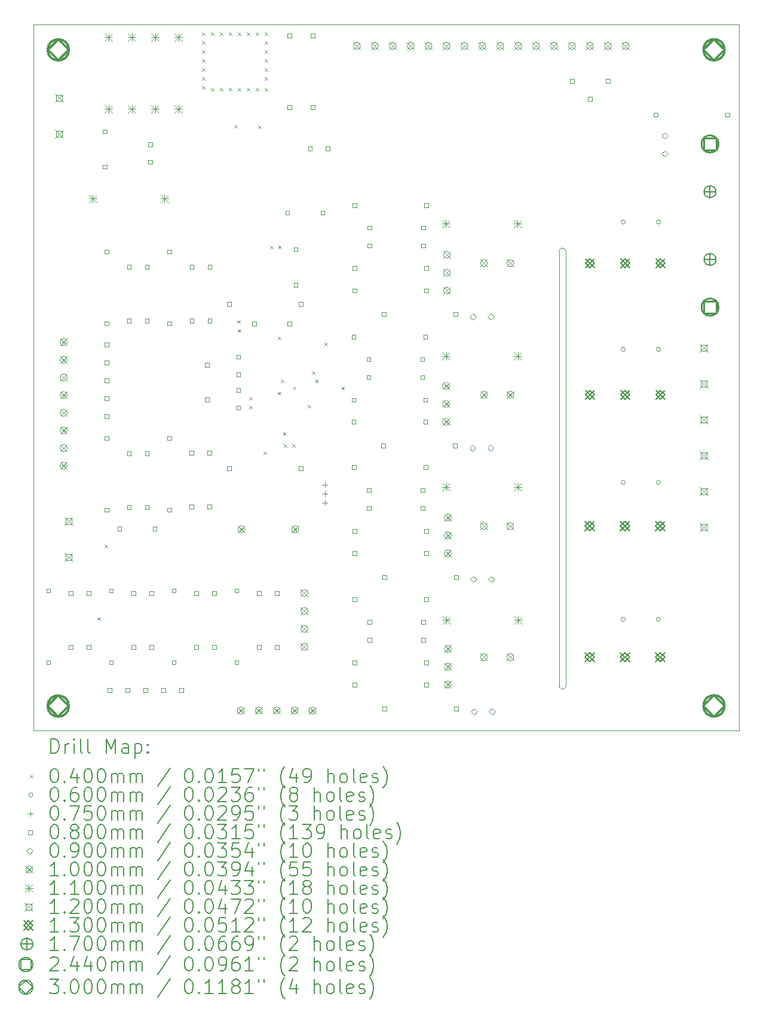
<source format=gbr>
%TF.GenerationSoftware,KiCad,Pcbnew,(6.0.8)*%
%TF.CreationDate,2023-07-19T02:04:15+05:30*%
%TF.ProjectId,STM32DryerPCB_V2,53544d33-3244-4727-9965-725043425f56,rev?*%
%TF.SameCoordinates,Original*%
%TF.FileFunction,Drillmap*%
%TF.FilePolarity,Positive*%
%FSLAX45Y45*%
G04 Gerber Fmt 4.5, Leading zero omitted, Abs format (unit mm)*
G04 Created by KiCad (PCBNEW (6.0.8)) date 2023-07-19 02:04:15*
%MOMM*%
%LPD*%
G01*
G04 APERTURE LIST*
%ADD10C,0.100000*%
%ADD11C,0.200000*%
%ADD12C,0.040000*%
%ADD13C,0.060000*%
%ADD14C,0.075000*%
%ADD15C,0.080000*%
%ADD16C,0.090000*%
%ADD17C,0.110000*%
%ADD18C,0.120000*%
%ADD19C,0.130000*%
%ADD20C,0.170000*%
%ADD21C,0.244000*%
%ADD22C,0.300000*%
G04 APERTURE END LIST*
D10*
X16823400Y-12410440D02*
G75*
G03*
X16923400Y-12410440I50000J0D01*
G01*
X16923400Y-6261080D02*
G75*
G03*
X16823400Y-6261080I-50000J0D01*
G01*
X16923400Y-12410440D02*
X16923400Y-6261080D01*
X16823400Y-6261080D02*
X16823400Y-12410440D01*
X9372600Y-3048000D02*
X19372600Y-3048000D01*
X19372600Y-3048000D02*
X19372600Y-13048000D01*
X19372600Y-13048000D02*
X9372600Y-13048000D01*
X9372600Y-13048000D02*
X9372600Y-3048000D01*
D11*
D12*
X10285000Y-11440000D02*
X10325000Y-11480000D01*
X10325000Y-11440000D02*
X10285000Y-11480000D01*
X10383840Y-10409240D02*
X10423840Y-10449240D01*
X10423840Y-10409240D02*
X10383840Y-10449240D01*
X11765600Y-3155000D02*
X11805600Y-3195000D01*
X11805600Y-3155000D02*
X11765600Y-3195000D01*
X11765600Y-3282000D02*
X11805600Y-3322000D01*
X11805600Y-3282000D02*
X11765600Y-3322000D01*
X11765600Y-3409000D02*
X11805600Y-3449000D01*
X11805600Y-3409000D02*
X11765600Y-3449000D01*
X11765600Y-3536000D02*
X11805600Y-3576000D01*
X11805600Y-3536000D02*
X11765600Y-3576000D01*
X11765600Y-3663000D02*
X11805600Y-3703000D01*
X11805600Y-3663000D02*
X11765600Y-3703000D01*
X11765600Y-3790000D02*
X11805600Y-3830000D01*
X11805600Y-3790000D02*
X11765600Y-3830000D01*
X11765600Y-3917000D02*
X11805600Y-3957000D01*
X11805600Y-3917000D02*
X11765600Y-3957000D01*
X11892600Y-3155000D02*
X11932600Y-3195000D01*
X11932600Y-3155000D02*
X11892600Y-3195000D01*
X11892600Y-3942400D02*
X11932600Y-3982400D01*
X11932600Y-3942400D02*
X11892600Y-3982400D01*
X12019600Y-3155000D02*
X12059600Y-3195000D01*
X12059600Y-3155000D02*
X12019600Y-3195000D01*
X12019600Y-3942400D02*
X12059600Y-3982400D01*
X12059600Y-3942400D02*
X12019600Y-3982400D01*
X12146600Y-3155000D02*
X12186600Y-3195000D01*
X12186600Y-3155000D02*
X12146600Y-3195000D01*
X12146600Y-3942400D02*
X12186600Y-3982400D01*
X12186600Y-3942400D02*
X12146600Y-3982400D01*
X12222800Y-4469100D02*
X12262800Y-4509100D01*
X12262800Y-4469100D02*
X12222800Y-4509100D01*
X12262549Y-7232591D02*
X12302549Y-7272591D01*
X12302549Y-7232591D02*
X12262549Y-7272591D01*
X12270491Y-7360671D02*
X12310491Y-7400671D01*
X12310491Y-7360671D02*
X12270491Y-7400671D01*
X12273600Y-3155000D02*
X12313600Y-3195000D01*
X12313600Y-3155000D02*
X12273600Y-3195000D01*
X12273600Y-3942400D02*
X12313600Y-3982400D01*
X12313600Y-3942400D02*
X12273600Y-3982400D01*
X12400600Y-3155000D02*
X12440600Y-3195000D01*
X12440600Y-3155000D02*
X12400600Y-3195000D01*
X12400600Y-3942400D02*
X12440600Y-3982400D01*
X12440600Y-3942400D02*
X12400600Y-3982400D01*
X12431080Y-8445773D02*
X12471080Y-8485773D01*
X12471080Y-8445773D02*
X12431080Y-8485773D01*
X12432490Y-8321778D02*
X12472490Y-8361778D01*
X12472490Y-8321778D02*
X12432490Y-8361778D01*
X12527600Y-3155000D02*
X12567600Y-3195000D01*
X12567600Y-3155000D02*
X12527600Y-3195000D01*
X12527600Y-3942400D02*
X12567600Y-3982400D01*
X12567600Y-3942400D02*
X12527600Y-3982400D01*
X12563160Y-4475800D02*
X12603160Y-4515800D01*
X12603160Y-4475800D02*
X12563160Y-4515800D01*
X12639360Y-9093520D02*
X12679360Y-9133520D01*
X12679360Y-9093520D02*
X12639360Y-9133520D01*
X12654600Y-3155000D02*
X12694600Y-3195000D01*
X12694600Y-3155000D02*
X12654600Y-3195000D01*
X12654600Y-3282000D02*
X12694600Y-3322000D01*
X12694600Y-3282000D02*
X12654600Y-3322000D01*
X12654600Y-3409000D02*
X12694600Y-3449000D01*
X12694600Y-3409000D02*
X12654600Y-3449000D01*
X12654600Y-3536000D02*
X12694600Y-3576000D01*
X12694600Y-3536000D02*
X12654600Y-3576000D01*
X12654600Y-3663000D02*
X12694600Y-3703000D01*
X12694600Y-3663000D02*
X12654600Y-3703000D01*
X12654600Y-3790000D02*
X12694600Y-3830000D01*
X12694600Y-3790000D02*
X12654600Y-3830000D01*
X12654600Y-3942400D02*
X12694600Y-3982400D01*
X12694600Y-3942400D02*
X12654600Y-3982400D01*
X12730800Y-6177600D02*
X12770800Y-6217600D01*
X12770800Y-6177600D02*
X12730800Y-6217600D01*
X12837450Y-7465000D02*
X12877450Y-7505000D01*
X12877450Y-7465000D02*
X12837450Y-7505000D01*
X12840020Y-8247700D02*
X12880020Y-8287700D01*
X12880020Y-8247700D02*
X12840020Y-8287700D01*
X12845100Y-6177600D02*
X12885100Y-6217600D01*
X12885100Y-6177600D02*
X12845100Y-6217600D01*
X12883200Y-8072440D02*
X12923200Y-8112440D01*
X12923200Y-8072440D02*
X12883200Y-8112440D01*
X12911021Y-8821621D02*
X12951021Y-8861621D01*
X12951021Y-8821621D02*
X12911021Y-8861621D01*
X12923849Y-8987069D02*
X12963849Y-9027069D01*
X12963849Y-8987069D02*
X12923849Y-9027069D01*
X13045760Y-8986840D02*
X13085760Y-9026840D01*
X13085760Y-8986840D02*
X13045760Y-9026840D01*
X13055920Y-8171500D02*
X13095920Y-8211500D01*
X13095920Y-8171500D02*
X13055920Y-8211500D01*
X13261660Y-8428650D02*
X13301660Y-8468650D01*
X13301660Y-8428650D02*
X13261660Y-8468650D01*
X13325094Y-7958806D02*
X13365094Y-7998806D01*
X13365094Y-7958806D02*
X13325094Y-7998806D01*
X13368950Y-8077238D02*
X13408950Y-8117238D01*
X13408950Y-8077238D02*
X13368950Y-8117238D01*
X13501306Y-7548806D02*
X13541306Y-7588806D01*
X13541306Y-7548806D02*
X13501306Y-7588806D01*
X13740792Y-8175652D02*
X13780792Y-8215652D01*
X13780792Y-8175652D02*
X13740792Y-8215652D01*
D13*
X17763200Y-5841860D02*
G75*
G03*
X17763200Y-5841860I-30000J0D01*
G01*
X17763200Y-7645260D02*
G75*
G03*
X17763200Y-7645260I-30000J0D01*
G01*
X17763200Y-9529940D02*
G75*
G03*
X17763200Y-9529940I-30000J0D01*
G01*
X17763200Y-11470500D02*
G75*
G03*
X17763200Y-11470500I-30000J0D01*
G01*
X18263200Y-5841860D02*
G75*
G03*
X18263200Y-5841860I-30000J0D01*
G01*
X18263200Y-7645260D02*
G75*
G03*
X18263200Y-7645260I-30000J0D01*
G01*
X18263200Y-9529940D02*
G75*
G03*
X18263200Y-9529940I-30000J0D01*
G01*
X18263200Y-11470500D02*
G75*
G03*
X18263200Y-11470500I-30000J0D01*
G01*
D14*
X13507280Y-9523060D02*
X13507280Y-9598060D01*
X13469780Y-9560560D02*
X13544780Y-9560560D01*
X13507280Y-9650060D02*
X13507280Y-9725060D01*
X13469780Y-9687560D02*
X13544780Y-9687560D01*
X13507280Y-9777060D02*
X13507280Y-9852060D01*
X13469780Y-9814560D02*
X13544780Y-9814560D01*
D15*
X9616785Y-11089985D02*
X9616785Y-11033416D01*
X9560216Y-11033416D01*
X9560216Y-11089985D01*
X9616785Y-11089985D01*
X9616785Y-12105984D02*
X9616785Y-12049415D01*
X9560216Y-12049415D01*
X9560216Y-12105984D01*
X9616785Y-12105984D01*
X9933785Y-11129585D02*
X9933785Y-11073016D01*
X9877216Y-11073016D01*
X9877216Y-11129585D01*
X9933785Y-11129585D01*
X9933785Y-11891584D02*
X9933785Y-11835015D01*
X9877216Y-11835015D01*
X9877216Y-11891584D01*
X9933785Y-11891584D01*
X10187785Y-11129585D02*
X10187785Y-11073016D01*
X10131216Y-11073016D01*
X10131216Y-11129585D01*
X10187785Y-11129585D01*
X10187785Y-11891584D02*
X10187785Y-11835015D01*
X10131216Y-11835015D01*
X10131216Y-11891584D01*
X10187785Y-11891584D01*
X10416885Y-4589045D02*
X10416885Y-4532476D01*
X10360316Y-4532476D01*
X10360316Y-4589045D01*
X10416885Y-4589045D01*
X10416885Y-5089045D02*
X10416885Y-5032476D01*
X10360316Y-5032476D01*
X10360316Y-5089045D01*
X10416885Y-5089045D01*
X10442285Y-6289384D02*
X10442285Y-6232815D01*
X10385716Y-6232815D01*
X10385716Y-6289384D01*
X10442285Y-6289384D01*
X10442285Y-7305384D02*
X10442285Y-7248815D01*
X10385716Y-7248815D01*
X10385716Y-7305384D01*
X10442285Y-7305384D01*
X10442285Y-7608184D02*
X10442285Y-7551615D01*
X10385716Y-7551615D01*
X10385716Y-7608184D01*
X10442285Y-7608184D01*
X10442285Y-7862184D02*
X10442285Y-7805615D01*
X10385716Y-7805615D01*
X10385716Y-7862184D01*
X10442285Y-7862184D01*
X10442285Y-8116184D02*
X10442285Y-8059615D01*
X10385716Y-8059615D01*
X10385716Y-8116184D01*
X10442285Y-8116184D01*
X10442285Y-8370184D02*
X10442285Y-8313615D01*
X10385716Y-8313615D01*
X10385716Y-8370184D01*
X10442285Y-8370184D01*
X10442285Y-8624185D02*
X10442285Y-8567616D01*
X10385716Y-8567616D01*
X10385716Y-8624185D01*
X10442285Y-8624185D01*
X10442285Y-8930985D02*
X10442285Y-8874416D01*
X10385716Y-8874416D01*
X10385716Y-8930985D01*
X10442285Y-8930985D01*
X10442285Y-9946985D02*
X10442285Y-9890416D01*
X10385716Y-9890416D01*
X10385716Y-9946985D01*
X10442285Y-9946985D01*
X10482385Y-12499684D02*
X10482385Y-12443115D01*
X10425816Y-12443115D01*
X10425816Y-12499684D01*
X10482385Y-12499684D01*
X10505785Y-11089985D02*
X10505785Y-11033416D01*
X10449216Y-11033416D01*
X10449216Y-11089985D01*
X10505785Y-11089985D01*
X10505785Y-12105984D02*
X10505785Y-12049415D01*
X10449216Y-12049415D01*
X10449216Y-12105984D01*
X10505785Y-12105984D01*
X10624085Y-10213685D02*
X10624085Y-10157116D01*
X10567516Y-10157116D01*
X10567516Y-10213685D01*
X10624085Y-10213685D01*
X10736385Y-12499684D02*
X10736385Y-12443115D01*
X10679816Y-12443115D01*
X10679816Y-12499684D01*
X10736385Y-12499684D01*
X10759285Y-6506784D02*
X10759285Y-6450215D01*
X10702716Y-6450215D01*
X10702716Y-6506784D01*
X10759285Y-6506784D01*
X10759285Y-7268784D02*
X10759285Y-7212215D01*
X10702716Y-7212215D01*
X10702716Y-7268784D01*
X10759285Y-7268784D01*
X10760285Y-9145385D02*
X10760285Y-9088816D01*
X10703716Y-9088816D01*
X10703716Y-9145385D01*
X10760285Y-9145385D01*
X10760285Y-9907385D02*
X10760285Y-9850816D01*
X10703716Y-9850816D01*
X10703716Y-9907385D01*
X10760285Y-9907385D01*
X10822785Y-11129585D02*
X10822785Y-11073016D01*
X10766216Y-11073016D01*
X10766216Y-11129585D01*
X10822785Y-11129585D01*
X10822785Y-11891584D02*
X10822785Y-11835015D01*
X10766216Y-11835015D01*
X10766216Y-11891584D01*
X10822785Y-11891584D01*
X10990385Y-12499684D02*
X10990385Y-12443115D01*
X10933816Y-12443115D01*
X10933816Y-12499684D01*
X10990385Y-12499684D01*
X11013285Y-6506784D02*
X11013285Y-6450215D01*
X10956716Y-6450215D01*
X10956716Y-6506784D01*
X11013285Y-6506784D01*
X11013285Y-7268784D02*
X11013285Y-7212215D01*
X10956716Y-7212215D01*
X10956716Y-7268784D01*
X11013285Y-7268784D01*
X11014285Y-9145385D02*
X11014285Y-9088816D01*
X10957716Y-9088816D01*
X10957716Y-9145385D01*
X11014285Y-9145385D01*
X11014285Y-9907385D02*
X11014285Y-9850816D01*
X10957716Y-9850816D01*
X10957716Y-9907385D01*
X11014285Y-9907385D01*
X11056965Y-4769499D02*
X11056965Y-4712930D01*
X11000396Y-4712930D01*
X11000396Y-4769499D01*
X11056965Y-4769499D01*
X11056965Y-5019499D02*
X11056965Y-4962930D01*
X11000396Y-4962930D01*
X11000396Y-5019499D01*
X11056965Y-5019499D01*
X11076785Y-11129585D02*
X11076785Y-11073016D01*
X11020216Y-11073016D01*
X11020216Y-11129585D01*
X11076785Y-11129585D01*
X11076785Y-11891584D02*
X11076785Y-11835015D01*
X11020216Y-11835015D01*
X11020216Y-11891584D01*
X11076785Y-11891584D01*
X11124085Y-10213685D02*
X11124085Y-10157116D01*
X11067516Y-10157116D01*
X11067516Y-10213685D01*
X11124085Y-10213685D01*
X11244384Y-12499684D02*
X11244384Y-12443115D01*
X11187815Y-12443115D01*
X11187815Y-12499684D01*
X11244384Y-12499684D01*
X11331284Y-6289384D02*
X11331284Y-6232815D01*
X11274715Y-6232815D01*
X11274715Y-6289384D01*
X11331284Y-6289384D01*
X11331284Y-7305384D02*
X11331284Y-7248815D01*
X11274715Y-7248815D01*
X11274715Y-7305384D01*
X11331284Y-7305384D01*
X11331284Y-8930985D02*
X11331284Y-8874416D01*
X11274715Y-8874416D01*
X11274715Y-8930985D01*
X11331284Y-8930985D01*
X11331284Y-9946985D02*
X11331284Y-9890416D01*
X11274715Y-9890416D01*
X11274715Y-9946985D01*
X11331284Y-9946985D01*
X11394784Y-11089985D02*
X11394784Y-11033416D01*
X11338215Y-11033416D01*
X11338215Y-11089985D01*
X11394784Y-11089985D01*
X11394784Y-12105984D02*
X11394784Y-12049415D01*
X11338215Y-12049415D01*
X11338215Y-12105984D01*
X11394784Y-12105984D01*
X11498384Y-12499684D02*
X11498384Y-12443115D01*
X11441815Y-12443115D01*
X11441815Y-12499684D01*
X11498384Y-12499684D01*
X11646744Y-9140305D02*
X11646744Y-9083736D01*
X11590175Y-9083736D01*
X11590175Y-9140305D01*
X11646744Y-9140305D01*
X11646744Y-9902305D02*
X11646744Y-9845736D01*
X11590175Y-9845736D01*
X11590175Y-9902305D01*
X11646744Y-9902305D01*
X11648284Y-6506784D02*
X11648284Y-6450215D01*
X11591715Y-6450215D01*
X11591715Y-6506784D01*
X11648284Y-6506784D01*
X11648284Y-7268784D02*
X11648284Y-7212215D01*
X11591715Y-7212215D01*
X11591715Y-7268784D01*
X11648284Y-7268784D01*
X11711784Y-11129585D02*
X11711784Y-11073016D01*
X11655215Y-11073016D01*
X11655215Y-11129585D01*
X11711784Y-11129585D01*
X11711784Y-11891584D02*
X11711784Y-11835015D01*
X11655215Y-11835015D01*
X11655215Y-11891584D01*
X11711784Y-11891584D01*
X11864684Y-7896044D02*
X11864684Y-7839475D01*
X11808115Y-7839475D01*
X11808115Y-7896044D01*
X11864684Y-7896044D01*
X11864684Y-8386044D02*
X11864684Y-8329475D01*
X11808115Y-8329475D01*
X11808115Y-8386044D01*
X11864684Y-8386044D01*
X11900744Y-9140305D02*
X11900744Y-9083736D01*
X11844175Y-9083736D01*
X11844175Y-9140305D01*
X11900744Y-9140305D01*
X11900744Y-9902305D02*
X11900744Y-9845736D01*
X11844175Y-9845736D01*
X11844175Y-9902305D01*
X11900744Y-9902305D01*
X11902284Y-6506784D02*
X11902284Y-6450215D01*
X11845715Y-6450215D01*
X11845715Y-6506784D01*
X11902284Y-6506784D01*
X11902284Y-7268784D02*
X11902284Y-7212215D01*
X11845715Y-7212215D01*
X11845715Y-7268784D01*
X11902284Y-7268784D01*
X11965784Y-11129585D02*
X11965784Y-11073016D01*
X11909215Y-11073016D01*
X11909215Y-11129585D01*
X11965784Y-11129585D01*
X11965784Y-11891584D02*
X11965784Y-11835015D01*
X11909215Y-11835015D01*
X11909215Y-11891584D01*
X11965784Y-11891584D01*
X12177784Y-7033284D02*
X12177784Y-6976715D01*
X12121215Y-6976715D01*
X12121215Y-7033284D01*
X12177784Y-7033284D01*
X12179644Y-9360245D02*
X12179644Y-9303676D01*
X12123075Y-9303676D01*
X12123075Y-9360245D01*
X12179644Y-9360245D01*
X12283784Y-11089985D02*
X12283784Y-11033416D01*
X12227215Y-11033416D01*
X12227215Y-11089985D01*
X12283784Y-11089985D01*
X12283784Y-12105984D02*
X12283784Y-12049415D01*
X12227215Y-12049415D01*
X12227215Y-12105984D01*
X12283784Y-12105984D01*
X12309184Y-7780984D02*
X12309184Y-7724415D01*
X12252615Y-7724415D01*
X12252615Y-7780984D01*
X12309184Y-7780984D01*
X12309184Y-8030984D02*
X12309184Y-7974415D01*
X12252615Y-7974415D01*
X12252615Y-8030984D01*
X12309184Y-8030984D01*
X12309184Y-8250884D02*
X12309184Y-8194315D01*
X12252615Y-8194315D01*
X12252615Y-8250884D01*
X12309184Y-8250884D01*
X12309184Y-8500885D02*
X12309184Y-8444316D01*
X12252615Y-8444316D01*
X12252615Y-8500885D01*
X12309184Y-8500885D01*
X12534164Y-7310464D02*
X12534164Y-7253895D01*
X12477595Y-7253895D01*
X12477595Y-7310464D01*
X12534164Y-7310464D01*
X12600784Y-11129585D02*
X12600784Y-11073016D01*
X12544215Y-11073016D01*
X12544215Y-11129585D01*
X12600784Y-11129585D01*
X12600784Y-11891584D02*
X12600784Y-11835015D01*
X12544215Y-11835015D01*
X12544215Y-11891584D01*
X12600784Y-11891584D01*
X12854784Y-11129585D02*
X12854784Y-11073016D01*
X12798215Y-11073016D01*
X12798215Y-11129585D01*
X12854784Y-11129585D01*
X12854784Y-11891584D02*
X12854784Y-11835015D01*
X12798215Y-11835015D01*
X12798215Y-11891584D01*
X12854784Y-11891584D01*
X13001524Y-5740744D02*
X13001524Y-5684175D01*
X12944955Y-5684175D01*
X12944955Y-5740744D01*
X13001524Y-5740744D01*
X13033084Y-3228684D02*
X13033084Y-3172115D01*
X12976515Y-3172115D01*
X12976515Y-3228684D01*
X13033084Y-3228684D01*
X13033084Y-4244685D02*
X13033084Y-4188115D01*
X12976515Y-4188115D01*
X12976515Y-4244685D01*
X13033084Y-4244685D01*
X13034164Y-7310464D02*
X13034164Y-7253895D01*
X12977595Y-7253895D01*
X12977595Y-7310464D01*
X13034164Y-7310464D01*
X13121984Y-6257824D02*
X13121984Y-6201255D01*
X13065415Y-6201255D01*
X13065415Y-6257824D01*
X13121984Y-6257824D01*
X13121984Y-6757824D02*
X13121984Y-6701255D01*
X13065415Y-6701255D01*
X13065415Y-6757824D01*
X13121984Y-6757824D01*
X13193784Y-7033284D02*
X13193784Y-6976715D01*
X13137215Y-6976715D01*
X13137215Y-7033284D01*
X13193784Y-7033284D01*
X13195644Y-9360245D02*
X13195644Y-9303676D01*
X13139075Y-9303676D01*
X13139075Y-9360245D01*
X13195644Y-9360245D01*
X13324219Y-4828885D02*
X13324219Y-4772316D01*
X13267650Y-4772316D01*
X13267650Y-4828885D01*
X13324219Y-4828885D01*
X13363284Y-3228684D02*
X13363284Y-3172115D01*
X13306715Y-3172115D01*
X13306715Y-3228684D01*
X13363284Y-3228684D01*
X13363284Y-4244685D02*
X13363284Y-4188115D01*
X13306715Y-4188115D01*
X13306715Y-4244685D01*
X13363284Y-4244685D01*
X13501524Y-5740744D02*
X13501524Y-5684175D01*
X13444955Y-5684175D01*
X13444955Y-5740744D01*
X13501524Y-5740744D01*
X13574219Y-4828885D02*
X13574219Y-4772316D01*
X13517650Y-4772316D01*
X13517650Y-4828885D01*
X13574219Y-4828885D01*
X13942404Y-7495884D02*
X13942404Y-7439315D01*
X13885835Y-7439315D01*
X13885835Y-7495884D01*
X13942404Y-7495884D01*
X13942404Y-8389965D02*
X13942404Y-8333395D01*
X13885835Y-8333395D01*
X13885835Y-8389965D01*
X13942404Y-8389965D01*
X13942404Y-8699845D02*
X13942404Y-8643276D01*
X13885835Y-8643276D01*
X13885835Y-8699845D01*
X13942404Y-8699845D01*
X13947484Y-9345005D02*
X13947484Y-9288436D01*
X13890915Y-9288436D01*
X13890915Y-9345005D01*
X13947484Y-9345005D01*
X13952564Y-5631524D02*
X13952564Y-5574956D01*
X13895995Y-5574956D01*
X13895995Y-5631524D01*
X13952564Y-5631524D01*
X13952564Y-6525604D02*
X13952564Y-6469035D01*
X13895995Y-6469035D01*
X13895995Y-6525604D01*
X13952564Y-6525604D01*
X13952564Y-10249245D02*
X13952564Y-10192676D01*
X13895995Y-10192676D01*
X13895995Y-10249245D01*
X13952564Y-10249245D01*
X13952564Y-10564205D02*
X13952564Y-10507636D01*
X13895995Y-10507636D01*
X13895995Y-10564205D01*
X13952564Y-10564205D01*
X13954394Y-6840564D02*
X13954394Y-6783995D01*
X13897825Y-6783995D01*
X13897825Y-6840564D01*
X13954394Y-6840564D01*
X13957644Y-11214444D02*
X13957644Y-11157876D01*
X13901075Y-11157876D01*
X13901075Y-11214444D01*
X13957644Y-11214444D01*
X13957644Y-12113604D02*
X13957644Y-12057035D01*
X13901075Y-12057035D01*
X13901075Y-12113604D01*
X13957644Y-12113604D01*
X13957644Y-12423484D02*
X13957644Y-12366915D01*
X13901075Y-12366915D01*
X13901075Y-12423484D01*
X13957644Y-12423484D01*
X14154264Y-7815424D02*
X14154264Y-7758855D01*
X14097695Y-7758855D01*
X14097695Y-7815424D01*
X14154264Y-7815424D01*
X14154264Y-8069424D02*
X14154264Y-8012855D01*
X14097695Y-8012855D01*
X14097695Y-8069424D01*
X14154264Y-8069424D01*
X14159344Y-9669625D02*
X14159344Y-9613056D01*
X14102775Y-9613056D01*
X14102775Y-9669625D01*
X14159344Y-9669625D01*
X14159344Y-9923625D02*
X14159344Y-9867056D01*
X14102775Y-9867056D01*
X14102775Y-9923625D01*
X14159344Y-9923625D01*
X14164424Y-5951064D02*
X14164424Y-5894495D01*
X14107855Y-5894495D01*
X14107855Y-5951064D01*
X14164424Y-5951064D01*
X14164424Y-6205064D02*
X14164424Y-6148495D01*
X14107855Y-6148495D01*
X14107855Y-6205064D01*
X14164424Y-6205064D01*
X14169504Y-11533984D02*
X14169504Y-11477415D01*
X14112935Y-11477415D01*
X14112935Y-11533984D01*
X14169504Y-11533984D01*
X14169504Y-11787984D02*
X14169504Y-11731415D01*
X14112935Y-11731415D01*
X14112935Y-11787984D01*
X14169504Y-11787984D01*
X14364044Y-9035125D02*
X14364044Y-8978556D01*
X14307475Y-8978556D01*
X14307475Y-9035125D01*
X14364044Y-9035125D01*
X14369124Y-7175844D02*
X14369124Y-7119275D01*
X14312555Y-7119275D01*
X14312555Y-7175844D01*
X14369124Y-7175844D01*
X14379284Y-10899485D02*
X14379284Y-10842916D01*
X14322715Y-10842916D01*
X14322715Y-10899485D01*
X14379284Y-10899485D01*
X14379284Y-12765594D02*
X14379284Y-12709025D01*
X14322715Y-12709025D01*
X14322715Y-12765594D01*
X14379284Y-12765594D01*
X14916264Y-7815424D02*
X14916264Y-7758855D01*
X14859695Y-7758855D01*
X14859695Y-7815424D01*
X14916264Y-7815424D01*
X14916264Y-8069424D02*
X14916264Y-8012855D01*
X14859695Y-8012855D01*
X14859695Y-8069424D01*
X14916264Y-8069424D01*
X14921344Y-9669625D02*
X14921344Y-9613056D01*
X14864775Y-9613056D01*
X14864775Y-9669625D01*
X14921344Y-9669625D01*
X14921344Y-9923625D02*
X14921344Y-9867056D01*
X14864775Y-9867056D01*
X14864775Y-9923625D01*
X14921344Y-9923625D01*
X14926424Y-5951064D02*
X14926424Y-5894495D01*
X14869855Y-5894495D01*
X14869855Y-5951064D01*
X14926424Y-5951064D01*
X14926424Y-6205064D02*
X14926424Y-6148495D01*
X14869855Y-6148495D01*
X14869855Y-6205064D01*
X14926424Y-6205064D01*
X14931504Y-11533984D02*
X14931504Y-11477415D01*
X14874935Y-11477415D01*
X14874935Y-11533984D01*
X14931504Y-11533984D01*
X14931504Y-11787984D02*
X14931504Y-11731415D01*
X14874935Y-11731415D01*
X14874935Y-11787984D01*
X14931504Y-11787984D01*
X14958404Y-7495884D02*
X14958404Y-7439315D01*
X14901835Y-7439315D01*
X14901835Y-7495884D01*
X14958404Y-7495884D01*
X14958404Y-8389965D02*
X14958404Y-8333395D01*
X14901835Y-8333395D01*
X14901835Y-8389965D01*
X14958404Y-8389965D01*
X14958404Y-8699845D02*
X14958404Y-8643276D01*
X14901835Y-8643276D01*
X14901835Y-8699845D01*
X14958404Y-8699845D01*
X14963484Y-9345005D02*
X14963484Y-9288436D01*
X14906915Y-9288436D01*
X14906915Y-9345005D01*
X14963484Y-9345005D01*
X14968564Y-5631524D02*
X14968564Y-5574956D01*
X14911995Y-5574956D01*
X14911995Y-5631524D01*
X14968564Y-5631524D01*
X14968564Y-6525604D02*
X14968564Y-6469035D01*
X14911995Y-6469035D01*
X14911995Y-6525604D01*
X14968564Y-6525604D01*
X14968564Y-10249245D02*
X14968564Y-10192676D01*
X14911995Y-10192676D01*
X14911995Y-10249245D01*
X14968564Y-10249245D01*
X14968564Y-10564205D02*
X14968564Y-10507636D01*
X14911995Y-10507636D01*
X14911995Y-10564205D01*
X14968564Y-10564205D01*
X14970394Y-6840564D02*
X14970394Y-6783995D01*
X14913825Y-6783995D01*
X14913825Y-6840564D01*
X14970394Y-6840564D01*
X14973644Y-11214444D02*
X14973644Y-11157876D01*
X14917075Y-11157876D01*
X14917075Y-11214444D01*
X14973644Y-11214444D01*
X14973644Y-12113604D02*
X14973644Y-12057035D01*
X14917075Y-12057035D01*
X14917075Y-12113604D01*
X14973644Y-12113604D01*
X14973644Y-12423484D02*
X14973644Y-12366915D01*
X14917075Y-12366915D01*
X14917075Y-12423484D01*
X14973644Y-12423484D01*
X15380044Y-9035125D02*
X15380044Y-8978556D01*
X15323475Y-8978556D01*
X15323475Y-9035125D01*
X15380044Y-9035125D01*
X15385124Y-7175844D02*
X15385124Y-7119275D01*
X15328555Y-7119275D01*
X15328555Y-7175844D01*
X15385124Y-7175844D01*
X15395284Y-10899485D02*
X15395284Y-10842916D01*
X15338715Y-10842916D01*
X15338715Y-10899485D01*
X15395284Y-10899485D01*
X15395284Y-12765594D02*
X15395284Y-12709025D01*
X15338715Y-12709025D01*
X15338715Y-12765594D01*
X15395284Y-12765594D01*
X17037165Y-3875804D02*
X17037165Y-3819235D01*
X16980596Y-3819235D01*
X16980596Y-3875804D01*
X17037165Y-3875804D01*
X17291165Y-4129804D02*
X17291165Y-4073235D01*
X17234596Y-4073235D01*
X17234596Y-4129804D01*
X17291165Y-4129804D01*
X17545165Y-3875804D02*
X17545165Y-3819235D01*
X17488596Y-3819235D01*
X17488596Y-3875804D01*
X17545165Y-3875804D01*
X18224845Y-4351365D02*
X18224845Y-4294796D01*
X18168276Y-4294796D01*
X18168276Y-4351365D01*
X18224845Y-4351365D01*
X19240845Y-4351365D02*
X19240845Y-4294796D01*
X19184276Y-4294796D01*
X19184276Y-4351365D01*
X19240845Y-4351365D01*
D16*
X15600180Y-9087400D02*
X15645180Y-9042400D01*
X15600180Y-8997400D01*
X15555180Y-9042400D01*
X15600180Y-9087400D01*
X15605260Y-7228120D02*
X15650260Y-7183120D01*
X15605260Y-7138120D01*
X15560260Y-7183120D01*
X15605260Y-7228120D01*
X15610340Y-10946680D02*
X15655340Y-10901680D01*
X15610340Y-10856680D01*
X15565340Y-10901680D01*
X15610340Y-10946680D01*
X15621000Y-12821200D02*
X15666000Y-12776200D01*
X15621000Y-12731200D01*
X15576000Y-12776200D01*
X15621000Y-12821200D01*
X15854180Y-9087400D02*
X15899180Y-9042400D01*
X15854180Y-8997400D01*
X15809180Y-9042400D01*
X15854180Y-9087400D01*
X15859260Y-7228120D02*
X15904260Y-7183120D01*
X15859260Y-7138120D01*
X15814260Y-7183120D01*
X15859260Y-7228120D01*
X15864340Y-10946680D02*
X15909340Y-10901680D01*
X15864340Y-10856680D01*
X15819340Y-10901680D01*
X15864340Y-10946680D01*
X15875000Y-12821200D02*
X15920000Y-12776200D01*
X15875000Y-12731200D01*
X15830000Y-12776200D01*
X15875000Y-12821200D01*
X18323560Y-4663220D02*
X18368560Y-4618220D01*
X18323560Y-4573220D01*
X18278560Y-4618220D01*
X18323560Y-4663220D01*
X18323560Y-4917220D02*
X18368560Y-4872220D01*
X18323560Y-4827220D01*
X18278560Y-4872220D01*
X18323560Y-4917220D01*
D10*
X9754400Y-7493800D02*
X9854400Y-7593800D01*
X9854400Y-7493800D02*
X9754400Y-7593800D01*
X9854400Y-7543800D02*
G75*
G03*
X9854400Y-7543800I-50000J0D01*
G01*
X9754400Y-7743800D02*
X9854400Y-7843800D01*
X9854400Y-7743800D02*
X9754400Y-7843800D01*
X9854400Y-7793800D02*
G75*
G03*
X9854400Y-7793800I-50000J0D01*
G01*
X9754400Y-7993800D02*
X9854400Y-8093800D01*
X9854400Y-7993800D02*
X9754400Y-8093800D01*
X9854400Y-8043800D02*
G75*
G03*
X9854400Y-8043800I-50000J0D01*
G01*
X9754400Y-8243800D02*
X9854400Y-8343800D01*
X9854400Y-8243800D02*
X9754400Y-8343800D01*
X9854400Y-8293800D02*
G75*
G03*
X9854400Y-8293800I-50000J0D01*
G01*
X9754400Y-8493800D02*
X9854400Y-8593800D01*
X9854400Y-8493800D02*
X9754400Y-8593800D01*
X9854400Y-8543800D02*
G75*
G03*
X9854400Y-8543800I-50000J0D01*
G01*
X9754400Y-8743800D02*
X9854400Y-8843800D01*
X9854400Y-8743800D02*
X9754400Y-8843800D01*
X9854400Y-8793800D02*
G75*
G03*
X9854400Y-8793800I-50000J0D01*
G01*
X9754400Y-8993800D02*
X9854400Y-9093800D01*
X9854400Y-8993800D02*
X9754400Y-9093800D01*
X9854400Y-9043800D02*
G75*
G03*
X9854400Y-9043800I-50000J0D01*
G01*
X9754400Y-9243800D02*
X9854400Y-9343800D01*
X9854400Y-9243800D02*
X9754400Y-9343800D01*
X9854400Y-9293800D02*
G75*
G03*
X9854400Y-9293800I-50000J0D01*
G01*
X12263920Y-12710960D02*
X12363920Y-12810960D01*
X12363920Y-12710960D02*
X12263920Y-12810960D01*
X12363920Y-12760960D02*
G75*
G03*
X12363920Y-12760960I-50000J0D01*
G01*
X12275080Y-10145560D02*
X12375080Y-10245560D01*
X12375080Y-10145560D02*
X12275080Y-10245560D01*
X12375080Y-10195560D02*
G75*
G03*
X12375080Y-10195560I-50000J0D01*
G01*
X12517920Y-12710960D02*
X12617920Y-12810960D01*
X12617920Y-12710960D02*
X12517920Y-12810960D01*
X12617920Y-12760960D02*
G75*
G03*
X12617920Y-12760960I-50000J0D01*
G01*
X12771920Y-12710960D02*
X12871920Y-12810960D01*
X12871920Y-12710960D02*
X12771920Y-12810960D01*
X12871920Y-12760960D02*
G75*
G03*
X12871920Y-12760960I-50000J0D01*
G01*
X13025920Y-12710960D02*
X13125920Y-12810960D01*
X13125920Y-12710960D02*
X13025920Y-12810960D01*
X13125920Y-12760960D02*
G75*
G03*
X13125920Y-12760960I-50000J0D01*
G01*
X13035080Y-10145560D02*
X13135080Y-10245560D01*
X13135080Y-10145560D02*
X13035080Y-10245560D01*
X13135080Y-10195560D02*
G75*
G03*
X13135080Y-10195560I-50000J0D01*
G01*
X13165000Y-11047000D02*
X13265000Y-11147000D01*
X13265000Y-11047000D02*
X13165000Y-11147000D01*
X13265000Y-11097000D02*
G75*
G03*
X13265000Y-11097000I-50000J0D01*
G01*
X13165000Y-11301000D02*
X13265000Y-11401000D01*
X13265000Y-11301000D02*
X13165000Y-11401000D01*
X13265000Y-11351000D02*
G75*
G03*
X13265000Y-11351000I-50000J0D01*
G01*
X13165000Y-11555000D02*
X13265000Y-11655000D01*
X13265000Y-11555000D02*
X13165000Y-11655000D01*
X13265000Y-11605000D02*
G75*
G03*
X13265000Y-11605000I-50000J0D01*
G01*
X13165000Y-11809000D02*
X13265000Y-11909000D01*
X13265000Y-11809000D02*
X13165000Y-11909000D01*
X13265000Y-11859000D02*
G75*
G03*
X13265000Y-11859000I-50000J0D01*
G01*
X13279920Y-12710960D02*
X13379920Y-12810960D01*
X13379920Y-12710960D02*
X13279920Y-12810960D01*
X13379920Y-12760960D02*
G75*
G03*
X13379920Y-12760960I-50000J0D01*
G01*
X13909840Y-3297720D02*
X14009840Y-3397720D01*
X14009840Y-3297720D02*
X13909840Y-3397720D01*
X14009840Y-3347720D02*
G75*
G03*
X14009840Y-3347720I-50000J0D01*
G01*
X14163840Y-3297720D02*
X14263840Y-3397720D01*
X14263840Y-3297720D02*
X14163840Y-3397720D01*
X14263840Y-3347720D02*
G75*
G03*
X14263840Y-3347720I-50000J0D01*
G01*
X14417840Y-3297720D02*
X14517840Y-3397720D01*
X14517840Y-3297720D02*
X14417840Y-3397720D01*
X14517840Y-3347720D02*
G75*
G03*
X14517840Y-3347720I-50000J0D01*
G01*
X14671840Y-3297720D02*
X14771840Y-3397720D01*
X14771840Y-3297720D02*
X14671840Y-3397720D01*
X14771840Y-3347720D02*
G75*
G03*
X14771840Y-3347720I-50000J0D01*
G01*
X14925840Y-3297720D02*
X15025840Y-3397720D01*
X15025840Y-3297720D02*
X14925840Y-3397720D01*
X15025840Y-3347720D02*
G75*
G03*
X15025840Y-3347720I-50000J0D01*
G01*
X15173370Y-8113560D02*
X15273370Y-8213560D01*
X15273370Y-8113560D02*
X15173370Y-8213560D01*
X15273370Y-8163560D02*
G75*
G03*
X15273370Y-8163560I-50000J0D01*
G01*
X15173370Y-8367560D02*
X15273370Y-8467560D01*
X15273370Y-8367560D02*
X15173370Y-8467560D01*
X15273370Y-8417560D02*
G75*
G03*
X15273370Y-8417560I-50000J0D01*
G01*
X15173370Y-8621560D02*
X15273370Y-8721560D01*
X15273370Y-8621560D02*
X15173370Y-8721560D01*
X15273370Y-8671560D02*
G75*
G03*
X15273370Y-8671560I-50000J0D01*
G01*
X15179840Y-3297720D02*
X15279840Y-3397720D01*
X15279840Y-3297720D02*
X15179840Y-3397720D01*
X15279840Y-3347720D02*
G75*
G03*
X15279840Y-3347720I-50000J0D01*
G01*
X15184810Y-6254280D02*
X15284810Y-6354280D01*
X15284810Y-6254280D02*
X15184810Y-6354280D01*
X15284810Y-6304280D02*
G75*
G03*
X15284810Y-6304280I-50000J0D01*
G01*
X15184810Y-6508280D02*
X15284810Y-6608280D01*
X15284810Y-6508280D02*
X15184810Y-6608280D01*
X15284810Y-6558280D02*
G75*
G03*
X15284810Y-6558280I-50000J0D01*
G01*
X15184810Y-6762280D02*
X15284810Y-6862280D01*
X15284810Y-6762280D02*
X15184810Y-6862280D01*
X15284810Y-6812280D02*
G75*
G03*
X15284810Y-6812280I-50000J0D01*
G01*
X15198220Y-9977920D02*
X15298220Y-10077920D01*
X15298220Y-9977920D02*
X15198220Y-10077920D01*
X15298220Y-10027920D02*
G75*
G03*
X15298220Y-10027920I-50000J0D01*
G01*
X15198220Y-10231920D02*
X15298220Y-10331920D01*
X15298220Y-10231920D02*
X15198220Y-10331920D01*
X15298220Y-10281920D02*
G75*
G03*
X15298220Y-10281920I-50000J0D01*
G01*
X15198220Y-10485920D02*
X15298220Y-10585920D01*
X15298220Y-10485920D02*
X15198220Y-10585920D01*
X15298220Y-10535920D02*
G75*
G03*
X15298220Y-10535920I-50000J0D01*
G01*
X15198220Y-11837200D02*
X15298220Y-11937200D01*
X15298220Y-11837200D02*
X15198220Y-11937200D01*
X15298220Y-11887200D02*
G75*
G03*
X15298220Y-11887200I-50000J0D01*
G01*
X15198220Y-12091200D02*
X15298220Y-12191200D01*
X15298220Y-12091200D02*
X15198220Y-12191200D01*
X15298220Y-12141200D02*
G75*
G03*
X15298220Y-12141200I-50000J0D01*
G01*
X15198220Y-12345200D02*
X15298220Y-12445200D01*
X15298220Y-12345200D02*
X15198220Y-12445200D01*
X15298220Y-12395200D02*
G75*
G03*
X15298220Y-12395200I-50000J0D01*
G01*
X15433840Y-3297720D02*
X15533840Y-3397720D01*
X15533840Y-3297720D02*
X15433840Y-3397720D01*
X15533840Y-3347720D02*
G75*
G03*
X15533840Y-3347720I-50000J0D01*
G01*
X15687840Y-3297720D02*
X15787840Y-3397720D01*
X15787840Y-3297720D02*
X15687840Y-3397720D01*
X15787840Y-3347720D02*
G75*
G03*
X15787840Y-3347720I-50000J0D01*
G01*
X15707650Y-10098540D02*
X15807650Y-10198540D01*
X15807650Y-10098540D02*
X15707650Y-10198540D01*
X15807650Y-10148540D02*
G75*
G03*
X15807650Y-10148540I-50000J0D01*
G01*
X15707650Y-11955280D02*
X15807650Y-12055280D01*
X15807650Y-11955280D02*
X15707650Y-12055280D01*
X15807650Y-12005280D02*
G75*
G03*
X15807650Y-12005280I-50000J0D01*
G01*
X15710960Y-6374900D02*
X15810960Y-6474900D01*
X15810960Y-6374900D02*
X15710960Y-6474900D01*
X15810960Y-6424900D02*
G75*
G03*
X15810960Y-6424900I-50000J0D01*
G01*
X15710960Y-8239260D02*
X15810960Y-8339260D01*
X15810960Y-8239260D02*
X15710960Y-8339260D01*
X15810960Y-8289260D02*
G75*
G03*
X15810960Y-8289260I-50000J0D01*
G01*
X15941840Y-3297720D02*
X16041840Y-3397720D01*
X16041840Y-3297720D02*
X15941840Y-3397720D01*
X16041840Y-3347720D02*
G75*
G03*
X16041840Y-3347720I-50000J0D01*
G01*
X16082650Y-10098540D02*
X16182650Y-10198540D01*
X16182650Y-10098540D02*
X16082650Y-10198540D01*
X16182650Y-10148540D02*
G75*
G03*
X16182650Y-10148540I-50000J0D01*
G01*
X16082650Y-11955280D02*
X16182650Y-12055280D01*
X16182650Y-11955280D02*
X16082650Y-12055280D01*
X16182650Y-12005280D02*
G75*
G03*
X16182650Y-12005280I-50000J0D01*
G01*
X16085960Y-6374900D02*
X16185960Y-6474900D01*
X16185960Y-6374900D02*
X16085960Y-6474900D01*
X16185960Y-6424900D02*
G75*
G03*
X16185960Y-6424900I-50000J0D01*
G01*
X16085960Y-8239260D02*
X16185960Y-8339260D01*
X16185960Y-8239260D02*
X16085960Y-8339260D01*
X16185960Y-8289260D02*
G75*
G03*
X16185960Y-8289260I-50000J0D01*
G01*
X16195840Y-3297720D02*
X16295840Y-3397720D01*
X16295840Y-3297720D02*
X16195840Y-3397720D01*
X16295840Y-3347720D02*
G75*
G03*
X16295840Y-3347720I-50000J0D01*
G01*
X16449840Y-3297720D02*
X16549840Y-3397720D01*
X16549840Y-3297720D02*
X16449840Y-3397720D01*
X16549840Y-3347720D02*
G75*
G03*
X16549840Y-3347720I-50000J0D01*
G01*
X16703840Y-3297720D02*
X16803840Y-3397720D01*
X16803840Y-3297720D02*
X16703840Y-3397720D01*
X16803840Y-3347720D02*
G75*
G03*
X16803840Y-3347720I-50000J0D01*
G01*
X16957840Y-3297720D02*
X17057840Y-3397720D01*
X17057840Y-3297720D02*
X16957840Y-3397720D01*
X17057840Y-3347720D02*
G75*
G03*
X17057840Y-3347720I-50000J0D01*
G01*
X17211840Y-3297720D02*
X17311840Y-3397720D01*
X17311840Y-3297720D02*
X17211840Y-3397720D01*
X17311840Y-3347720D02*
G75*
G03*
X17311840Y-3347720I-50000J0D01*
G01*
X17465840Y-3297720D02*
X17565840Y-3397720D01*
X17565840Y-3297720D02*
X17465840Y-3397720D01*
X17565840Y-3347720D02*
G75*
G03*
X17565840Y-3347720I-50000J0D01*
G01*
X17719840Y-3297720D02*
X17819840Y-3397720D01*
X17819840Y-3297720D02*
X17719840Y-3397720D01*
X17819840Y-3347720D02*
G75*
G03*
X17819840Y-3347720I-50000J0D01*
G01*
D17*
X10160880Y-5456800D02*
X10270880Y-5566800D01*
X10270880Y-5456800D02*
X10160880Y-5566800D01*
X10215880Y-5456800D02*
X10215880Y-5566800D01*
X10160880Y-5511800D02*
X10270880Y-5511800D01*
X10384400Y-3170800D02*
X10494400Y-3280800D01*
X10494400Y-3170800D02*
X10384400Y-3280800D01*
X10439400Y-3170800D02*
X10439400Y-3280800D01*
X10384400Y-3225800D02*
X10494400Y-3225800D01*
X10384400Y-4186800D02*
X10494400Y-4296800D01*
X10494400Y-4186800D02*
X10384400Y-4296800D01*
X10439400Y-4186800D02*
X10439400Y-4296800D01*
X10384400Y-4241800D02*
X10494400Y-4241800D01*
X10714600Y-3170800D02*
X10824600Y-3280800D01*
X10824600Y-3170800D02*
X10714600Y-3280800D01*
X10769600Y-3170800D02*
X10769600Y-3280800D01*
X10714600Y-3225800D02*
X10824600Y-3225800D01*
X10714600Y-4186800D02*
X10824600Y-4296800D01*
X10824600Y-4186800D02*
X10714600Y-4296800D01*
X10769600Y-4186800D02*
X10769600Y-4296800D01*
X10714600Y-4241800D02*
X10824600Y-4241800D01*
X11044800Y-3170800D02*
X11154800Y-3280800D01*
X11154800Y-3170800D02*
X11044800Y-3280800D01*
X11099800Y-3170800D02*
X11099800Y-3280800D01*
X11044800Y-3225800D02*
X11154800Y-3225800D01*
X11044800Y-4186800D02*
X11154800Y-4296800D01*
X11154800Y-4186800D02*
X11044800Y-4296800D01*
X11099800Y-4186800D02*
X11099800Y-4296800D01*
X11044800Y-4241800D02*
X11154800Y-4241800D01*
X11176880Y-5456800D02*
X11286880Y-5566800D01*
X11286880Y-5456800D02*
X11176880Y-5566800D01*
X11231880Y-5456800D02*
X11231880Y-5566800D01*
X11176880Y-5511800D02*
X11286880Y-5511800D01*
X11375000Y-3170800D02*
X11485000Y-3280800D01*
X11485000Y-3170800D02*
X11375000Y-3280800D01*
X11430000Y-3170800D02*
X11430000Y-3280800D01*
X11375000Y-3225800D02*
X11485000Y-3225800D01*
X11375000Y-4186800D02*
X11485000Y-4296800D01*
X11485000Y-4186800D02*
X11375000Y-4296800D01*
X11430000Y-4186800D02*
X11430000Y-4296800D01*
X11375000Y-4241800D02*
X11485000Y-4241800D01*
X15166510Y-5812400D02*
X15276510Y-5922400D01*
X15276510Y-5812400D02*
X15166510Y-5922400D01*
X15221510Y-5812400D02*
X15221510Y-5922400D01*
X15166510Y-5867400D02*
X15276510Y-5867400D01*
X15169760Y-7686920D02*
X15279760Y-7796920D01*
X15279760Y-7686920D02*
X15169760Y-7796920D01*
X15224760Y-7686920D02*
X15224760Y-7796920D01*
X15169760Y-7741920D02*
X15279760Y-7741920D01*
X15169760Y-9541120D02*
X15279760Y-9651120D01*
X15279760Y-9541120D02*
X15169760Y-9651120D01*
X15224760Y-9541120D02*
X15224760Y-9651120D01*
X15169760Y-9596120D02*
X15279760Y-9596120D01*
X15174840Y-11425800D02*
X15284840Y-11535800D01*
X15284840Y-11425800D02*
X15174840Y-11535800D01*
X15229840Y-11425800D02*
X15229840Y-11535800D01*
X15174840Y-11480800D02*
X15284840Y-11480800D01*
X16182510Y-5812400D02*
X16292510Y-5922400D01*
X16292510Y-5812400D02*
X16182510Y-5922400D01*
X16237510Y-5812400D02*
X16237510Y-5922400D01*
X16182510Y-5867400D02*
X16292510Y-5867400D01*
X16185760Y-7686920D02*
X16295760Y-7796920D01*
X16295760Y-7686920D02*
X16185760Y-7796920D01*
X16240760Y-7686920D02*
X16240760Y-7796920D01*
X16185760Y-7741920D02*
X16295760Y-7741920D01*
X16185760Y-9541120D02*
X16295760Y-9651120D01*
X16295760Y-9541120D02*
X16185760Y-9651120D01*
X16240760Y-9541120D02*
X16240760Y-9651120D01*
X16185760Y-9596120D02*
X16295760Y-9596120D01*
X16190840Y-11425800D02*
X16300840Y-11535800D01*
X16300840Y-11425800D02*
X16190840Y-11535800D01*
X16245840Y-11425800D02*
X16245840Y-11535800D01*
X16190840Y-11480800D02*
X16300840Y-11480800D01*
D18*
X9680310Y-4026070D02*
X9800310Y-4146070D01*
X9800310Y-4026070D02*
X9680310Y-4146070D01*
X9782737Y-4128497D02*
X9782737Y-4043643D01*
X9697883Y-4043643D01*
X9697883Y-4128497D01*
X9782737Y-4128497D01*
X9680310Y-4534070D02*
X9800310Y-4654070D01*
X9800310Y-4534070D02*
X9680310Y-4654070D01*
X9782737Y-4636497D02*
X9782737Y-4551643D01*
X9697883Y-4551643D01*
X9697883Y-4636497D01*
X9782737Y-4636497D01*
X9818650Y-10022050D02*
X9938650Y-10142050D01*
X9938650Y-10022050D02*
X9818650Y-10142050D01*
X9921077Y-10124477D02*
X9921077Y-10039623D01*
X9836223Y-10039623D01*
X9836223Y-10124477D01*
X9921077Y-10124477D01*
X9818650Y-10530050D02*
X9938650Y-10650050D01*
X9938650Y-10530050D02*
X9818650Y-10650050D01*
X9921077Y-10632477D02*
X9921077Y-10547623D01*
X9836223Y-10547623D01*
X9836223Y-10632477D01*
X9921077Y-10632477D01*
X18814740Y-7562540D02*
X18934740Y-7682540D01*
X18934740Y-7562540D02*
X18814740Y-7682540D01*
X18917167Y-7664967D02*
X18917167Y-7580113D01*
X18832313Y-7580113D01*
X18832313Y-7664967D01*
X18917167Y-7664967D01*
X18814740Y-8070540D02*
X18934740Y-8190540D01*
X18934740Y-8070540D02*
X18814740Y-8190540D01*
X18917167Y-8172967D02*
X18917167Y-8088113D01*
X18832313Y-8088113D01*
X18832313Y-8172967D01*
X18917167Y-8172967D01*
X18814740Y-8578540D02*
X18934740Y-8698540D01*
X18934740Y-8578540D02*
X18814740Y-8698540D01*
X18917167Y-8680967D02*
X18917167Y-8596113D01*
X18832313Y-8596113D01*
X18832313Y-8680967D01*
X18917167Y-8680967D01*
X18814740Y-9086540D02*
X18934740Y-9206540D01*
X18934740Y-9086540D02*
X18814740Y-9206540D01*
X18917167Y-9188967D02*
X18917167Y-9104113D01*
X18832313Y-9104113D01*
X18832313Y-9188967D01*
X18917167Y-9188967D01*
X18814740Y-9594540D02*
X18934740Y-9714540D01*
X18934740Y-9594540D02*
X18814740Y-9714540D01*
X18917167Y-9696967D02*
X18917167Y-9612113D01*
X18832313Y-9612113D01*
X18832313Y-9696967D01*
X18917167Y-9696967D01*
X18814740Y-10102540D02*
X18934740Y-10222540D01*
X18934740Y-10102540D02*
X18814740Y-10222540D01*
X18917167Y-10204967D02*
X18917167Y-10120113D01*
X18832313Y-10120113D01*
X18832313Y-10204967D01*
X18917167Y-10204967D01*
D19*
X17192650Y-10083540D02*
X17322650Y-10213540D01*
X17322650Y-10083540D02*
X17192650Y-10213540D01*
X17257650Y-10213540D02*
X17322650Y-10148540D01*
X17257650Y-10083540D01*
X17192650Y-10148540D01*
X17257650Y-10213540D01*
X17192650Y-11940280D02*
X17322650Y-12070280D01*
X17322650Y-11940280D02*
X17192650Y-12070280D01*
X17257650Y-12070280D02*
X17322650Y-12005280D01*
X17257650Y-11940280D01*
X17192650Y-12005280D01*
X17257650Y-12070280D01*
X17195960Y-6359900D02*
X17325960Y-6489900D01*
X17325960Y-6359900D02*
X17195960Y-6489900D01*
X17260960Y-6489900D02*
X17325960Y-6424900D01*
X17260960Y-6359900D01*
X17195960Y-6424900D01*
X17260960Y-6489900D01*
X17195960Y-8224260D02*
X17325960Y-8354260D01*
X17325960Y-8224260D02*
X17195960Y-8354260D01*
X17260960Y-8354260D02*
X17325960Y-8289260D01*
X17260960Y-8224260D01*
X17195960Y-8289260D01*
X17260960Y-8354260D01*
X17692650Y-10083540D02*
X17822650Y-10213540D01*
X17822650Y-10083540D02*
X17692650Y-10213540D01*
X17757650Y-10213540D02*
X17822650Y-10148540D01*
X17757650Y-10083540D01*
X17692650Y-10148540D01*
X17757650Y-10213540D01*
X17692650Y-11940280D02*
X17822650Y-12070280D01*
X17822650Y-11940280D02*
X17692650Y-12070280D01*
X17757650Y-12070280D02*
X17822650Y-12005280D01*
X17757650Y-11940280D01*
X17692650Y-12005280D01*
X17757650Y-12070280D01*
X17695960Y-6359900D02*
X17825960Y-6489900D01*
X17825960Y-6359900D02*
X17695960Y-6489900D01*
X17760960Y-6489900D02*
X17825960Y-6424900D01*
X17760960Y-6359900D01*
X17695960Y-6424900D01*
X17760960Y-6489900D01*
X17695960Y-8224260D02*
X17825960Y-8354260D01*
X17825960Y-8224260D02*
X17695960Y-8354260D01*
X17760960Y-8354260D02*
X17825960Y-8289260D01*
X17760960Y-8224260D01*
X17695960Y-8289260D01*
X17760960Y-8354260D01*
X18192650Y-10083540D02*
X18322650Y-10213540D01*
X18322650Y-10083540D02*
X18192650Y-10213540D01*
X18257650Y-10213540D02*
X18322650Y-10148540D01*
X18257650Y-10083540D01*
X18192650Y-10148540D01*
X18257650Y-10213540D01*
X18192650Y-11940280D02*
X18322650Y-12070280D01*
X18322650Y-11940280D02*
X18192650Y-12070280D01*
X18257650Y-12070280D02*
X18322650Y-12005280D01*
X18257650Y-11940280D01*
X18192650Y-12005280D01*
X18257650Y-12070280D01*
X18195960Y-6359900D02*
X18325960Y-6489900D01*
X18325960Y-6359900D02*
X18195960Y-6489900D01*
X18260960Y-6489900D02*
X18325960Y-6424900D01*
X18260960Y-6359900D01*
X18195960Y-6424900D01*
X18260960Y-6489900D01*
X18195960Y-8224260D02*
X18325960Y-8354260D01*
X18325960Y-8224260D02*
X18195960Y-8354260D01*
X18260960Y-8354260D02*
X18325960Y-8289260D01*
X18260960Y-8224260D01*
X18195960Y-8289260D01*
X18260960Y-8354260D01*
D20*
X18963640Y-5328300D02*
X18963640Y-5498300D01*
X18878640Y-5413300D02*
X19048640Y-5413300D01*
X19048640Y-5413300D02*
G75*
G03*
X19048640Y-5413300I-85000J0D01*
G01*
X18963640Y-6287300D02*
X18963640Y-6457300D01*
X18878640Y-6372300D02*
X19048640Y-6372300D01*
X19048640Y-6372300D02*
G75*
G03*
X19048640Y-6372300I-85000J0D01*
G01*
D21*
X19049908Y-4823568D02*
X19049908Y-4651032D01*
X18877372Y-4651032D01*
X18877372Y-4823568D01*
X19049908Y-4823568D01*
X19085640Y-4737300D02*
G75*
G03*
X19085640Y-4737300I-122000J0D01*
G01*
X19049908Y-7134568D02*
X19049908Y-6962032D01*
X18877372Y-6962032D01*
X18877372Y-7134568D01*
X19049908Y-7134568D01*
X19085640Y-7048300D02*
G75*
G03*
X19085640Y-7048300I-122000J0D01*
G01*
D22*
X9727500Y-12847500D02*
X9877500Y-12697500D01*
X9727500Y-12547500D01*
X9577500Y-12697500D01*
X9727500Y-12847500D01*
X9877500Y-12697500D02*
G75*
G03*
X9877500Y-12697500I-150000J0D01*
G01*
X9728200Y-3553600D02*
X9878200Y-3403600D01*
X9728200Y-3253600D01*
X9578200Y-3403600D01*
X9728200Y-3553600D01*
X9878200Y-3403600D02*
G75*
G03*
X9878200Y-3403600I-150000J0D01*
G01*
X19020000Y-3552500D02*
X19170000Y-3402500D01*
X19020000Y-3252500D01*
X18870000Y-3402500D01*
X19020000Y-3552500D01*
X19170000Y-3402500D02*
G75*
G03*
X19170000Y-3402500I-150000J0D01*
G01*
X19020000Y-12845000D02*
X19170000Y-12695000D01*
X19020000Y-12545000D01*
X18870000Y-12695000D01*
X19020000Y-12845000D01*
X19170000Y-12695000D02*
G75*
G03*
X19170000Y-12695000I-150000J0D01*
G01*
D11*
X9625219Y-13363476D02*
X9625219Y-13163476D01*
X9672838Y-13163476D01*
X9701410Y-13173000D01*
X9720457Y-13192048D01*
X9729981Y-13211095D01*
X9739505Y-13249190D01*
X9739505Y-13277762D01*
X9729981Y-13315857D01*
X9720457Y-13334905D01*
X9701410Y-13353952D01*
X9672838Y-13363476D01*
X9625219Y-13363476D01*
X9825219Y-13363476D02*
X9825219Y-13230143D01*
X9825219Y-13268238D02*
X9834743Y-13249190D01*
X9844267Y-13239667D01*
X9863314Y-13230143D01*
X9882362Y-13230143D01*
X9949029Y-13363476D02*
X9949029Y-13230143D01*
X9949029Y-13163476D02*
X9939505Y-13173000D01*
X9949029Y-13182524D01*
X9958552Y-13173000D01*
X9949029Y-13163476D01*
X9949029Y-13182524D01*
X10072838Y-13363476D02*
X10053790Y-13353952D01*
X10044267Y-13334905D01*
X10044267Y-13163476D01*
X10177600Y-13363476D02*
X10158552Y-13353952D01*
X10149029Y-13334905D01*
X10149029Y-13163476D01*
X10406171Y-13363476D02*
X10406171Y-13163476D01*
X10472838Y-13306333D01*
X10539505Y-13163476D01*
X10539505Y-13363476D01*
X10720457Y-13363476D02*
X10720457Y-13258714D01*
X10710933Y-13239667D01*
X10691886Y-13230143D01*
X10653790Y-13230143D01*
X10634743Y-13239667D01*
X10720457Y-13353952D02*
X10701410Y-13363476D01*
X10653790Y-13363476D01*
X10634743Y-13353952D01*
X10625219Y-13334905D01*
X10625219Y-13315857D01*
X10634743Y-13296809D01*
X10653790Y-13287286D01*
X10701410Y-13287286D01*
X10720457Y-13277762D01*
X10815695Y-13230143D02*
X10815695Y-13430143D01*
X10815695Y-13239667D02*
X10834743Y-13230143D01*
X10872838Y-13230143D01*
X10891886Y-13239667D01*
X10901410Y-13249190D01*
X10910933Y-13268238D01*
X10910933Y-13325381D01*
X10901410Y-13344428D01*
X10891886Y-13353952D01*
X10872838Y-13363476D01*
X10834743Y-13363476D01*
X10815695Y-13353952D01*
X10996648Y-13344428D02*
X11006171Y-13353952D01*
X10996648Y-13363476D01*
X10987124Y-13353952D01*
X10996648Y-13344428D01*
X10996648Y-13363476D01*
X10996648Y-13239667D02*
X11006171Y-13249190D01*
X10996648Y-13258714D01*
X10987124Y-13249190D01*
X10996648Y-13239667D01*
X10996648Y-13258714D01*
D12*
X9327600Y-13673000D02*
X9367600Y-13713000D01*
X9367600Y-13673000D02*
X9327600Y-13713000D01*
D11*
X9663314Y-13583476D02*
X9682362Y-13583476D01*
X9701410Y-13593000D01*
X9710933Y-13602524D01*
X9720457Y-13621571D01*
X9729981Y-13659667D01*
X9729981Y-13707286D01*
X9720457Y-13745381D01*
X9710933Y-13764428D01*
X9701410Y-13773952D01*
X9682362Y-13783476D01*
X9663314Y-13783476D01*
X9644267Y-13773952D01*
X9634743Y-13764428D01*
X9625219Y-13745381D01*
X9615695Y-13707286D01*
X9615695Y-13659667D01*
X9625219Y-13621571D01*
X9634743Y-13602524D01*
X9644267Y-13593000D01*
X9663314Y-13583476D01*
X9815695Y-13764428D02*
X9825219Y-13773952D01*
X9815695Y-13783476D01*
X9806171Y-13773952D01*
X9815695Y-13764428D01*
X9815695Y-13783476D01*
X9996648Y-13650143D02*
X9996648Y-13783476D01*
X9949029Y-13573952D02*
X9901410Y-13716809D01*
X10025219Y-13716809D01*
X10139505Y-13583476D02*
X10158552Y-13583476D01*
X10177600Y-13593000D01*
X10187124Y-13602524D01*
X10196648Y-13621571D01*
X10206171Y-13659667D01*
X10206171Y-13707286D01*
X10196648Y-13745381D01*
X10187124Y-13764428D01*
X10177600Y-13773952D01*
X10158552Y-13783476D01*
X10139505Y-13783476D01*
X10120457Y-13773952D01*
X10110933Y-13764428D01*
X10101410Y-13745381D01*
X10091886Y-13707286D01*
X10091886Y-13659667D01*
X10101410Y-13621571D01*
X10110933Y-13602524D01*
X10120457Y-13593000D01*
X10139505Y-13583476D01*
X10329981Y-13583476D02*
X10349029Y-13583476D01*
X10368076Y-13593000D01*
X10377600Y-13602524D01*
X10387124Y-13621571D01*
X10396648Y-13659667D01*
X10396648Y-13707286D01*
X10387124Y-13745381D01*
X10377600Y-13764428D01*
X10368076Y-13773952D01*
X10349029Y-13783476D01*
X10329981Y-13783476D01*
X10310933Y-13773952D01*
X10301410Y-13764428D01*
X10291886Y-13745381D01*
X10282362Y-13707286D01*
X10282362Y-13659667D01*
X10291886Y-13621571D01*
X10301410Y-13602524D01*
X10310933Y-13593000D01*
X10329981Y-13583476D01*
X10482362Y-13783476D02*
X10482362Y-13650143D01*
X10482362Y-13669190D02*
X10491886Y-13659667D01*
X10510933Y-13650143D01*
X10539505Y-13650143D01*
X10558552Y-13659667D01*
X10568076Y-13678714D01*
X10568076Y-13783476D01*
X10568076Y-13678714D02*
X10577600Y-13659667D01*
X10596648Y-13650143D01*
X10625219Y-13650143D01*
X10644267Y-13659667D01*
X10653790Y-13678714D01*
X10653790Y-13783476D01*
X10749029Y-13783476D02*
X10749029Y-13650143D01*
X10749029Y-13669190D02*
X10758552Y-13659667D01*
X10777600Y-13650143D01*
X10806171Y-13650143D01*
X10825219Y-13659667D01*
X10834743Y-13678714D01*
X10834743Y-13783476D01*
X10834743Y-13678714D02*
X10844267Y-13659667D01*
X10863314Y-13650143D01*
X10891886Y-13650143D01*
X10910933Y-13659667D01*
X10920457Y-13678714D01*
X10920457Y-13783476D01*
X11310933Y-13573952D02*
X11139505Y-13831095D01*
X11568076Y-13583476D02*
X11587124Y-13583476D01*
X11606171Y-13593000D01*
X11615695Y-13602524D01*
X11625219Y-13621571D01*
X11634743Y-13659667D01*
X11634743Y-13707286D01*
X11625219Y-13745381D01*
X11615695Y-13764428D01*
X11606171Y-13773952D01*
X11587124Y-13783476D01*
X11568076Y-13783476D01*
X11549028Y-13773952D01*
X11539505Y-13764428D01*
X11529981Y-13745381D01*
X11520457Y-13707286D01*
X11520457Y-13659667D01*
X11529981Y-13621571D01*
X11539505Y-13602524D01*
X11549028Y-13593000D01*
X11568076Y-13583476D01*
X11720457Y-13764428D02*
X11729981Y-13773952D01*
X11720457Y-13783476D01*
X11710933Y-13773952D01*
X11720457Y-13764428D01*
X11720457Y-13783476D01*
X11853790Y-13583476D02*
X11872838Y-13583476D01*
X11891886Y-13593000D01*
X11901409Y-13602524D01*
X11910933Y-13621571D01*
X11920457Y-13659667D01*
X11920457Y-13707286D01*
X11910933Y-13745381D01*
X11901409Y-13764428D01*
X11891886Y-13773952D01*
X11872838Y-13783476D01*
X11853790Y-13783476D01*
X11834743Y-13773952D01*
X11825219Y-13764428D01*
X11815695Y-13745381D01*
X11806171Y-13707286D01*
X11806171Y-13659667D01*
X11815695Y-13621571D01*
X11825219Y-13602524D01*
X11834743Y-13593000D01*
X11853790Y-13583476D01*
X12110933Y-13783476D02*
X11996648Y-13783476D01*
X12053790Y-13783476D02*
X12053790Y-13583476D01*
X12034743Y-13612048D01*
X12015695Y-13631095D01*
X11996648Y-13640619D01*
X12291886Y-13583476D02*
X12196648Y-13583476D01*
X12187124Y-13678714D01*
X12196648Y-13669190D01*
X12215695Y-13659667D01*
X12263314Y-13659667D01*
X12282362Y-13669190D01*
X12291886Y-13678714D01*
X12301409Y-13697762D01*
X12301409Y-13745381D01*
X12291886Y-13764428D01*
X12282362Y-13773952D01*
X12263314Y-13783476D01*
X12215695Y-13783476D01*
X12196648Y-13773952D01*
X12187124Y-13764428D01*
X12368076Y-13583476D02*
X12501409Y-13583476D01*
X12415695Y-13783476D01*
X12568076Y-13583476D02*
X12568076Y-13621571D01*
X12644267Y-13583476D02*
X12644267Y-13621571D01*
X12939505Y-13859667D02*
X12929981Y-13850143D01*
X12910933Y-13821571D01*
X12901409Y-13802524D01*
X12891886Y-13773952D01*
X12882362Y-13726333D01*
X12882362Y-13688238D01*
X12891886Y-13640619D01*
X12901409Y-13612048D01*
X12910933Y-13593000D01*
X12929981Y-13564428D01*
X12939505Y-13554905D01*
X13101409Y-13650143D02*
X13101409Y-13783476D01*
X13053790Y-13573952D02*
X13006171Y-13716809D01*
X13129981Y-13716809D01*
X13215695Y-13783476D02*
X13253790Y-13783476D01*
X13272838Y-13773952D01*
X13282362Y-13764428D01*
X13301409Y-13735857D01*
X13310933Y-13697762D01*
X13310933Y-13621571D01*
X13301409Y-13602524D01*
X13291886Y-13593000D01*
X13272838Y-13583476D01*
X13234743Y-13583476D01*
X13215695Y-13593000D01*
X13206171Y-13602524D01*
X13196648Y-13621571D01*
X13196648Y-13669190D01*
X13206171Y-13688238D01*
X13215695Y-13697762D01*
X13234743Y-13707286D01*
X13272838Y-13707286D01*
X13291886Y-13697762D01*
X13301409Y-13688238D01*
X13310933Y-13669190D01*
X13549028Y-13783476D02*
X13549028Y-13583476D01*
X13634743Y-13783476D02*
X13634743Y-13678714D01*
X13625219Y-13659667D01*
X13606171Y-13650143D01*
X13577600Y-13650143D01*
X13558552Y-13659667D01*
X13549028Y-13669190D01*
X13758552Y-13783476D02*
X13739505Y-13773952D01*
X13729981Y-13764428D01*
X13720457Y-13745381D01*
X13720457Y-13688238D01*
X13729981Y-13669190D01*
X13739505Y-13659667D01*
X13758552Y-13650143D01*
X13787124Y-13650143D01*
X13806171Y-13659667D01*
X13815695Y-13669190D01*
X13825219Y-13688238D01*
X13825219Y-13745381D01*
X13815695Y-13764428D01*
X13806171Y-13773952D01*
X13787124Y-13783476D01*
X13758552Y-13783476D01*
X13939505Y-13783476D02*
X13920457Y-13773952D01*
X13910933Y-13754905D01*
X13910933Y-13583476D01*
X14091886Y-13773952D02*
X14072838Y-13783476D01*
X14034743Y-13783476D01*
X14015695Y-13773952D01*
X14006171Y-13754905D01*
X14006171Y-13678714D01*
X14015695Y-13659667D01*
X14034743Y-13650143D01*
X14072838Y-13650143D01*
X14091886Y-13659667D01*
X14101409Y-13678714D01*
X14101409Y-13697762D01*
X14006171Y-13716809D01*
X14177600Y-13773952D02*
X14196648Y-13783476D01*
X14234743Y-13783476D01*
X14253790Y-13773952D01*
X14263314Y-13754905D01*
X14263314Y-13745381D01*
X14253790Y-13726333D01*
X14234743Y-13716809D01*
X14206171Y-13716809D01*
X14187124Y-13707286D01*
X14177600Y-13688238D01*
X14177600Y-13678714D01*
X14187124Y-13659667D01*
X14206171Y-13650143D01*
X14234743Y-13650143D01*
X14253790Y-13659667D01*
X14329981Y-13859667D02*
X14339505Y-13850143D01*
X14358552Y-13821571D01*
X14368076Y-13802524D01*
X14377600Y-13773952D01*
X14387124Y-13726333D01*
X14387124Y-13688238D01*
X14377600Y-13640619D01*
X14368076Y-13612048D01*
X14358552Y-13593000D01*
X14339505Y-13564428D01*
X14329981Y-13554905D01*
D13*
X9367600Y-13957000D02*
G75*
G03*
X9367600Y-13957000I-30000J0D01*
G01*
D11*
X9663314Y-13847476D02*
X9682362Y-13847476D01*
X9701410Y-13857000D01*
X9710933Y-13866524D01*
X9720457Y-13885571D01*
X9729981Y-13923667D01*
X9729981Y-13971286D01*
X9720457Y-14009381D01*
X9710933Y-14028428D01*
X9701410Y-14037952D01*
X9682362Y-14047476D01*
X9663314Y-14047476D01*
X9644267Y-14037952D01*
X9634743Y-14028428D01*
X9625219Y-14009381D01*
X9615695Y-13971286D01*
X9615695Y-13923667D01*
X9625219Y-13885571D01*
X9634743Y-13866524D01*
X9644267Y-13857000D01*
X9663314Y-13847476D01*
X9815695Y-14028428D02*
X9825219Y-14037952D01*
X9815695Y-14047476D01*
X9806171Y-14037952D01*
X9815695Y-14028428D01*
X9815695Y-14047476D01*
X9996648Y-13847476D02*
X9958552Y-13847476D01*
X9939505Y-13857000D01*
X9929981Y-13866524D01*
X9910933Y-13895095D01*
X9901410Y-13933190D01*
X9901410Y-14009381D01*
X9910933Y-14028428D01*
X9920457Y-14037952D01*
X9939505Y-14047476D01*
X9977600Y-14047476D01*
X9996648Y-14037952D01*
X10006171Y-14028428D01*
X10015695Y-14009381D01*
X10015695Y-13961762D01*
X10006171Y-13942714D01*
X9996648Y-13933190D01*
X9977600Y-13923667D01*
X9939505Y-13923667D01*
X9920457Y-13933190D01*
X9910933Y-13942714D01*
X9901410Y-13961762D01*
X10139505Y-13847476D02*
X10158552Y-13847476D01*
X10177600Y-13857000D01*
X10187124Y-13866524D01*
X10196648Y-13885571D01*
X10206171Y-13923667D01*
X10206171Y-13971286D01*
X10196648Y-14009381D01*
X10187124Y-14028428D01*
X10177600Y-14037952D01*
X10158552Y-14047476D01*
X10139505Y-14047476D01*
X10120457Y-14037952D01*
X10110933Y-14028428D01*
X10101410Y-14009381D01*
X10091886Y-13971286D01*
X10091886Y-13923667D01*
X10101410Y-13885571D01*
X10110933Y-13866524D01*
X10120457Y-13857000D01*
X10139505Y-13847476D01*
X10329981Y-13847476D02*
X10349029Y-13847476D01*
X10368076Y-13857000D01*
X10377600Y-13866524D01*
X10387124Y-13885571D01*
X10396648Y-13923667D01*
X10396648Y-13971286D01*
X10387124Y-14009381D01*
X10377600Y-14028428D01*
X10368076Y-14037952D01*
X10349029Y-14047476D01*
X10329981Y-14047476D01*
X10310933Y-14037952D01*
X10301410Y-14028428D01*
X10291886Y-14009381D01*
X10282362Y-13971286D01*
X10282362Y-13923667D01*
X10291886Y-13885571D01*
X10301410Y-13866524D01*
X10310933Y-13857000D01*
X10329981Y-13847476D01*
X10482362Y-14047476D02*
X10482362Y-13914143D01*
X10482362Y-13933190D02*
X10491886Y-13923667D01*
X10510933Y-13914143D01*
X10539505Y-13914143D01*
X10558552Y-13923667D01*
X10568076Y-13942714D01*
X10568076Y-14047476D01*
X10568076Y-13942714D02*
X10577600Y-13923667D01*
X10596648Y-13914143D01*
X10625219Y-13914143D01*
X10644267Y-13923667D01*
X10653790Y-13942714D01*
X10653790Y-14047476D01*
X10749029Y-14047476D02*
X10749029Y-13914143D01*
X10749029Y-13933190D02*
X10758552Y-13923667D01*
X10777600Y-13914143D01*
X10806171Y-13914143D01*
X10825219Y-13923667D01*
X10834743Y-13942714D01*
X10834743Y-14047476D01*
X10834743Y-13942714D02*
X10844267Y-13923667D01*
X10863314Y-13914143D01*
X10891886Y-13914143D01*
X10910933Y-13923667D01*
X10920457Y-13942714D01*
X10920457Y-14047476D01*
X11310933Y-13837952D02*
X11139505Y-14095095D01*
X11568076Y-13847476D02*
X11587124Y-13847476D01*
X11606171Y-13857000D01*
X11615695Y-13866524D01*
X11625219Y-13885571D01*
X11634743Y-13923667D01*
X11634743Y-13971286D01*
X11625219Y-14009381D01*
X11615695Y-14028428D01*
X11606171Y-14037952D01*
X11587124Y-14047476D01*
X11568076Y-14047476D01*
X11549028Y-14037952D01*
X11539505Y-14028428D01*
X11529981Y-14009381D01*
X11520457Y-13971286D01*
X11520457Y-13923667D01*
X11529981Y-13885571D01*
X11539505Y-13866524D01*
X11549028Y-13857000D01*
X11568076Y-13847476D01*
X11720457Y-14028428D02*
X11729981Y-14037952D01*
X11720457Y-14047476D01*
X11710933Y-14037952D01*
X11720457Y-14028428D01*
X11720457Y-14047476D01*
X11853790Y-13847476D02*
X11872838Y-13847476D01*
X11891886Y-13857000D01*
X11901409Y-13866524D01*
X11910933Y-13885571D01*
X11920457Y-13923667D01*
X11920457Y-13971286D01*
X11910933Y-14009381D01*
X11901409Y-14028428D01*
X11891886Y-14037952D01*
X11872838Y-14047476D01*
X11853790Y-14047476D01*
X11834743Y-14037952D01*
X11825219Y-14028428D01*
X11815695Y-14009381D01*
X11806171Y-13971286D01*
X11806171Y-13923667D01*
X11815695Y-13885571D01*
X11825219Y-13866524D01*
X11834743Y-13857000D01*
X11853790Y-13847476D01*
X11996648Y-13866524D02*
X12006171Y-13857000D01*
X12025219Y-13847476D01*
X12072838Y-13847476D01*
X12091886Y-13857000D01*
X12101409Y-13866524D01*
X12110933Y-13885571D01*
X12110933Y-13904619D01*
X12101409Y-13933190D01*
X11987124Y-14047476D01*
X12110933Y-14047476D01*
X12177600Y-13847476D02*
X12301409Y-13847476D01*
X12234743Y-13923667D01*
X12263314Y-13923667D01*
X12282362Y-13933190D01*
X12291886Y-13942714D01*
X12301409Y-13961762D01*
X12301409Y-14009381D01*
X12291886Y-14028428D01*
X12282362Y-14037952D01*
X12263314Y-14047476D01*
X12206171Y-14047476D01*
X12187124Y-14037952D01*
X12177600Y-14028428D01*
X12472838Y-13847476D02*
X12434743Y-13847476D01*
X12415695Y-13857000D01*
X12406171Y-13866524D01*
X12387124Y-13895095D01*
X12377600Y-13933190D01*
X12377600Y-14009381D01*
X12387124Y-14028428D01*
X12396648Y-14037952D01*
X12415695Y-14047476D01*
X12453790Y-14047476D01*
X12472838Y-14037952D01*
X12482362Y-14028428D01*
X12491886Y-14009381D01*
X12491886Y-13961762D01*
X12482362Y-13942714D01*
X12472838Y-13933190D01*
X12453790Y-13923667D01*
X12415695Y-13923667D01*
X12396648Y-13933190D01*
X12387124Y-13942714D01*
X12377600Y-13961762D01*
X12568076Y-13847476D02*
X12568076Y-13885571D01*
X12644267Y-13847476D02*
X12644267Y-13885571D01*
X12939505Y-14123667D02*
X12929981Y-14114143D01*
X12910933Y-14085571D01*
X12901409Y-14066524D01*
X12891886Y-14037952D01*
X12882362Y-13990333D01*
X12882362Y-13952238D01*
X12891886Y-13904619D01*
X12901409Y-13876048D01*
X12910933Y-13857000D01*
X12929981Y-13828428D01*
X12939505Y-13818905D01*
X13044267Y-13933190D02*
X13025219Y-13923667D01*
X13015695Y-13914143D01*
X13006171Y-13895095D01*
X13006171Y-13885571D01*
X13015695Y-13866524D01*
X13025219Y-13857000D01*
X13044267Y-13847476D01*
X13082362Y-13847476D01*
X13101409Y-13857000D01*
X13110933Y-13866524D01*
X13120457Y-13885571D01*
X13120457Y-13895095D01*
X13110933Y-13914143D01*
X13101409Y-13923667D01*
X13082362Y-13933190D01*
X13044267Y-13933190D01*
X13025219Y-13942714D01*
X13015695Y-13952238D01*
X13006171Y-13971286D01*
X13006171Y-14009381D01*
X13015695Y-14028428D01*
X13025219Y-14037952D01*
X13044267Y-14047476D01*
X13082362Y-14047476D01*
X13101409Y-14037952D01*
X13110933Y-14028428D01*
X13120457Y-14009381D01*
X13120457Y-13971286D01*
X13110933Y-13952238D01*
X13101409Y-13942714D01*
X13082362Y-13933190D01*
X13358552Y-14047476D02*
X13358552Y-13847476D01*
X13444267Y-14047476D02*
X13444267Y-13942714D01*
X13434743Y-13923667D01*
X13415695Y-13914143D01*
X13387124Y-13914143D01*
X13368076Y-13923667D01*
X13358552Y-13933190D01*
X13568076Y-14047476D02*
X13549028Y-14037952D01*
X13539505Y-14028428D01*
X13529981Y-14009381D01*
X13529981Y-13952238D01*
X13539505Y-13933190D01*
X13549028Y-13923667D01*
X13568076Y-13914143D01*
X13596648Y-13914143D01*
X13615695Y-13923667D01*
X13625219Y-13933190D01*
X13634743Y-13952238D01*
X13634743Y-14009381D01*
X13625219Y-14028428D01*
X13615695Y-14037952D01*
X13596648Y-14047476D01*
X13568076Y-14047476D01*
X13749028Y-14047476D02*
X13729981Y-14037952D01*
X13720457Y-14018905D01*
X13720457Y-13847476D01*
X13901409Y-14037952D02*
X13882362Y-14047476D01*
X13844267Y-14047476D01*
X13825219Y-14037952D01*
X13815695Y-14018905D01*
X13815695Y-13942714D01*
X13825219Y-13923667D01*
X13844267Y-13914143D01*
X13882362Y-13914143D01*
X13901409Y-13923667D01*
X13910933Y-13942714D01*
X13910933Y-13961762D01*
X13815695Y-13980809D01*
X13987124Y-14037952D02*
X14006171Y-14047476D01*
X14044267Y-14047476D01*
X14063314Y-14037952D01*
X14072838Y-14018905D01*
X14072838Y-14009381D01*
X14063314Y-13990333D01*
X14044267Y-13980809D01*
X14015695Y-13980809D01*
X13996648Y-13971286D01*
X13987124Y-13952238D01*
X13987124Y-13942714D01*
X13996648Y-13923667D01*
X14015695Y-13914143D01*
X14044267Y-13914143D01*
X14063314Y-13923667D01*
X14139505Y-14123667D02*
X14149028Y-14114143D01*
X14168076Y-14085571D01*
X14177600Y-14066524D01*
X14187124Y-14037952D01*
X14196648Y-13990333D01*
X14196648Y-13952238D01*
X14187124Y-13904619D01*
X14177600Y-13876048D01*
X14168076Y-13857000D01*
X14149028Y-13828428D01*
X14139505Y-13818905D01*
D14*
X9330100Y-14183500D02*
X9330100Y-14258500D01*
X9292600Y-14221000D02*
X9367600Y-14221000D01*
D11*
X9663314Y-14111476D02*
X9682362Y-14111476D01*
X9701410Y-14121000D01*
X9710933Y-14130524D01*
X9720457Y-14149571D01*
X9729981Y-14187667D01*
X9729981Y-14235286D01*
X9720457Y-14273381D01*
X9710933Y-14292428D01*
X9701410Y-14301952D01*
X9682362Y-14311476D01*
X9663314Y-14311476D01*
X9644267Y-14301952D01*
X9634743Y-14292428D01*
X9625219Y-14273381D01*
X9615695Y-14235286D01*
X9615695Y-14187667D01*
X9625219Y-14149571D01*
X9634743Y-14130524D01*
X9644267Y-14121000D01*
X9663314Y-14111476D01*
X9815695Y-14292428D02*
X9825219Y-14301952D01*
X9815695Y-14311476D01*
X9806171Y-14301952D01*
X9815695Y-14292428D01*
X9815695Y-14311476D01*
X9891886Y-14111476D02*
X10025219Y-14111476D01*
X9939505Y-14311476D01*
X10196648Y-14111476D02*
X10101410Y-14111476D01*
X10091886Y-14206714D01*
X10101410Y-14197190D01*
X10120457Y-14187667D01*
X10168076Y-14187667D01*
X10187124Y-14197190D01*
X10196648Y-14206714D01*
X10206171Y-14225762D01*
X10206171Y-14273381D01*
X10196648Y-14292428D01*
X10187124Y-14301952D01*
X10168076Y-14311476D01*
X10120457Y-14311476D01*
X10101410Y-14301952D01*
X10091886Y-14292428D01*
X10329981Y-14111476D02*
X10349029Y-14111476D01*
X10368076Y-14121000D01*
X10377600Y-14130524D01*
X10387124Y-14149571D01*
X10396648Y-14187667D01*
X10396648Y-14235286D01*
X10387124Y-14273381D01*
X10377600Y-14292428D01*
X10368076Y-14301952D01*
X10349029Y-14311476D01*
X10329981Y-14311476D01*
X10310933Y-14301952D01*
X10301410Y-14292428D01*
X10291886Y-14273381D01*
X10282362Y-14235286D01*
X10282362Y-14187667D01*
X10291886Y-14149571D01*
X10301410Y-14130524D01*
X10310933Y-14121000D01*
X10329981Y-14111476D01*
X10482362Y-14311476D02*
X10482362Y-14178143D01*
X10482362Y-14197190D02*
X10491886Y-14187667D01*
X10510933Y-14178143D01*
X10539505Y-14178143D01*
X10558552Y-14187667D01*
X10568076Y-14206714D01*
X10568076Y-14311476D01*
X10568076Y-14206714D02*
X10577600Y-14187667D01*
X10596648Y-14178143D01*
X10625219Y-14178143D01*
X10644267Y-14187667D01*
X10653790Y-14206714D01*
X10653790Y-14311476D01*
X10749029Y-14311476D02*
X10749029Y-14178143D01*
X10749029Y-14197190D02*
X10758552Y-14187667D01*
X10777600Y-14178143D01*
X10806171Y-14178143D01*
X10825219Y-14187667D01*
X10834743Y-14206714D01*
X10834743Y-14311476D01*
X10834743Y-14206714D02*
X10844267Y-14187667D01*
X10863314Y-14178143D01*
X10891886Y-14178143D01*
X10910933Y-14187667D01*
X10920457Y-14206714D01*
X10920457Y-14311476D01*
X11310933Y-14101952D02*
X11139505Y-14359095D01*
X11568076Y-14111476D02*
X11587124Y-14111476D01*
X11606171Y-14121000D01*
X11615695Y-14130524D01*
X11625219Y-14149571D01*
X11634743Y-14187667D01*
X11634743Y-14235286D01*
X11625219Y-14273381D01*
X11615695Y-14292428D01*
X11606171Y-14301952D01*
X11587124Y-14311476D01*
X11568076Y-14311476D01*
X11549028Y-14301952D01*
X11539505Y-14292428D01*
X11529981Y-14273381D01*
X11520457Y-14235286D01*
X11520457Y-14187667D01*
X11529981Y-14149571D01*
X11539505Y-14130524D01*
X11549028Y-14121000D01*
X11568076Y-14111476D01*
X11720457Y-14292428D02*
X11729981Y-14301952D01*
X11720457Y-14311476D01*
X11710933Y-14301952D01*
X11720457Y-14292428D01*
X11720457Y-14311476D01*
X11853790Y-14111476D02*
X11872838Y-14111476D01*
X11891886Y-14121000D01*
X11901409Y-14130524D01*
X11910933Y-14149571D01*
X11920457Y-14187667D01*
X11920457Y-14235286D01*
X11910933Y-14273381D01*
X11901409Y-14292428D01*
X11891886Y-14301952D01*
X11872838Y-14311476D01*
X11853790Y-14311476D01*
X11834743Y-14301952D01*
X11825219Y-14292428D01*
X11815695Y-14273381D01*
X11806171Y-14235286D01*
X11806171Y-14187667D01*
X11815695Y-14149571D01*
X11825219Y-14130524D01*
X11834743Y-14121000D01*
X11853790Y-14111476D01*
X11996648Y-14130524D02*
X12006171Y-14121000D01*
X12025219Y-14111476D01*
X12072838Y-14111476D01*
X12091886Y-14121000D01*
X12101409Y-14130524D01*
X12110933Y-14149571D01*
X12110933Y-14168619D01*
X12101409Y-14197190D01*
X11987124Y-14311476D01*
X12110933Y-14311476D01*
X12206171Y-14311476D02*
X12244267Y-14311476D01*
X12263314Y-14301952D01*
X12272838Y-14292428D01*
X12291886Y-14263857D01*
X12301409Y-14225762D01*
X12301409Y-14149571D01*
X12291886Y-14130524D01*
X12282362Y-14121000D01*
X12263314Y-14111476D01*
X12225219Y-14111476D01*
X12206171Y-14121000D01*
X12196648Y-14130524D01*
X12187124Y-14149571D01*
X12187124Y-14197190D01*
X12196648Y-14216238D01*
X12206171Y-14225762D01*
X12225219Y-14235286D01*
X12263314Y-14235286D01*
X12282362Y-14225762D01*
X12291886Y-14216238D01*
X12301409Y-14197190D01*
X12482362Y-14111476D02*
X12387124Y-14111476D01*
X12377600Y-14206714D01*
X12387124Y-14197190D01*
X12406171Y-14187667D01*
X12453790Y-14187667D01*
X12472838Y-14197190D01*
X12482362Y-14206714D01*
X12491886Y-14225762D01*
X12491886Y-14273381D01*
X12482362Y-14292428D01*
X12472838Y-14301952D01*
X12453790Y-14311476D01*
X12406171Y-14311476D01*
X12387124Y-14301952D01*
X12377600Y-14292428D01*
X12568076Y-14111476D02*
X12568076Y-14149571D01*
X12644267Y-14111476D02*
X12644267Y-14149571D01*
X12939505Y-14387667D02*
X12929981Y-14378143D01*
X12910933Y-14349571D01*
X12901409Y-14330524D01*
X12891886Y-14301952D01*
X12882362Y-14254333D01*
X12882362Y-14216238D01*
X12891886Y-14168619D01*
X12901409Y-14140048D01*
X12910933Y-14121000D01*
X12929981Y-14092428D01*
X12939505Y-14082905D01*
X12996648Y-14111476D02*
X13120457Y-14111476D01*
X13053790Y-14187667D01*
X13082362Y-14187667D01*
X13101409Y-14197190D01*
X13110933Y-14206714D01*
X13120457Y-14225762D01*
X13120457Y-14273381D01*
X13110933Y-14292428D01*
X13101409Y-14301952D01*
X13082362Y-14311476D01*
X13025219Y-14311476D01*
X13006171Y-14301952D01*
X12996648Y-14292428D01*
X13358552Y-14311476D02*
X13358552Y-14111476D01*
X13444267Y-14311476D02*
X13444267Y-14206714D01*
X13434743Y-14187667D01*
X13415695Y-14178143D01*
X13387124Y-14178143D01*
X13368076Y-14187667D01*
X13358552Y-14197190D01*
X13568076Y-14311476D02*
X13549028Y-14301952D01*
X13539505Y-14292428D01*
X13529981Y-14273381D01*
X13529981Y-14216238D01*
X13539505Y-14197190D01*
X13549028Y-14187667D01*
X13568076Y-14178143D01*
X13596648Y-14178143D01*
X13615695Y-14187667D01*
X13625219Y-14197190D01*
X13634743Y-14216238D01*
X13634743Y-14273381D01*
X13625219Y-14292428D01*
X13615695Y-14301952D01*
X13596648Y-14311476D01*
X13568076Y-14311476D01*
X13749028Y-14311476D02*
X13729981Y-14301952D01*
X13720457Y-14282905D01*
X13720457Y-14111476D01*
X13901409Y-14301952D02*
X13882362Y-14311476D01*
X13844267Y-14311476D01*
X13825219Y-14301952D01*
X13815695Y-14282905D01*
X13815695Y-14206714D01*
X13825219Y-14187667D01*
X13844267Y-14178143D01*
X13882362Y-14178143D01*
X13901409Y-14187667D01*
X13910933Y-14206714D01*
X13910933Y-14225762D01*
X13815695Y-14244809D01*
X13987124Y-14301952D02*
X14006171Y-14311476D01*
X14044267Y-14311476D01*
X14063314Y-14301952D01*
X14072838Y-14282905D01*
X14072838Y-14273381D01*
X14063314Y-14254333D01*
X14044267Y-14244809D01*
X14015695Y-14244809D01*
X13996648Y-14235286D01*
X13987124Y-14216238D01*
X13987124Y-14206714D01*
X13996648Y-14187667D01*
X14015695Y-14178143D01*
X14044267Y-14178143D01*
X14063314Y-14187667D01*
X14139505Y-14387667D02*
X14149028Y-14378143D01*
X14168076Y-14349571D01*
X14177600Y-14330524D01*
X14187124Y-14301952D01*
X14196648Y-14254333D01*
X14196648Y-14216238D01*
X14187124Y-14168619D01*
X14177600Y-14140048D01*
X14168076Y-14121000D01*
X14149028Y-14092428D01*
X14139505Y-14082905D01*
D15*
X9355885Y-14513284D02*
X9355885Y-14456715D01*
X9299316Y-14456715D01*
X9299316Y-14513284D01*
X9355885Y-14513284D01*
D11*
X9663314Y-14375476D02*
X9682362Y-14375476D01*
X9701410Y-14385000D01*
X9710933Y-14394524D01*
X9720457Y-14413571D01*
X9729981Y-14451667D01*
X9729981Y-14499286D01*
X9720457Y-14537381D01*
X9710933Y-14556428D01*
X9701410Y-14565952D01*
X9682362Y-14575476D01*
X9663314Y-14575476D01*
X9644267Y-14565952D01*
X9634743Y-14556428D01*
X9625219Y-14537381D01*
X9615695Y-14499286D01*
X9615695Y-14451667D01*
X9625219Y-14413571D01*
X9634743Y-14394524D01*
X9644267Y-14385000D01*
X9663314Y-14375476D01*
X9815695Y-14556428D02*
X9825219Y-14565952D01*
X9815695Y-14575476D01*
X9806171Y-14565952D01*
X9815695Y-14556428D01*
X9815695Y-14575476D01*
X9939505Y-14461190D02*
X9920457Y-14451667D01*
X9910933Y-14442143D01*
X9901410Y-14423095D01*
X9901410Y-14413571D01*
X9910933Y-14394524D01*
X9920457Y-14385000D01*
X9939505Y-14375476D01*
X9977600Y-14375476D01*
X9996648Y-14385000D01*
X10006171Y-14394524D01*
X10015695Y-14413571D01*
X10015695Y-14423095D01*
X10006171Y-14442143D01*
X9996648Y-14451667D01*
X9977600Y-14461190D01*
X9939505Y-14461190D01*
X9920457Y-14470714D01*
X9910933Y-14480238D01*
X9901410Y-14499286D01*
X9901410Y-14537381D01*
X9910933Y-14556428D01*
X9920457Y-14565952D01*
X9939505Y-14575476D01*
X9977600Y-14575476D01*
X9996648Y-14565952D01*
X10006171Y-14556428D01*
X10015695Y-14537381D01*
X10015695Y-14499286D01*
X10006171Y-14480238D01*
X9996648Y-14470714D01*
X9977600Y-14461190D01*
X10139505Y-14375476D02*
X10158552Y-14375476D01*
X10177600Y-14385000D01*
X10187124Y-14394524D01*
X10196648Y-14413571D01*
X10206171Y-14451667D01*
X10206171Y-14499286D01*
X10196648Y-14537381D01*
X10187124Y-14556428D01*
X10177600Y-14565952D01*
X10158552Y-14575476D01*
X10139505Y-14575476D01*
X10120457Y-14565952D01*
X10110933Y-14556428D01*
X10101410Y-14537381D01*
X10091886Y-14499286D01*
X10091886Y-14451667D01*
X10101410Y-14413571D01*
X10110933Y-14394524D01*
X10120457Y-14385000D01*
X10139505Y-14375476D01*
X10329981Y-14375476D02*
X10349029Y-14375476D01*
X10368076Y-14385000D01*
X10377600Y-14394524D01*
X10387124Y-14413571D01*
X10396648Y-14451667D01*
X10396648Y-14499286D01*
X10387124Y-14537381D01*
X10377600Y-14556428D01*
X10368076Y-14565952D01*
X10349029Y-14575476D01*
X10329981Y-14575476D01*
X10310933Y-14565952D01*
X10301410Y-14556428D01*
X10291886Y-14537381D01*
X10282362Y-14499286D01*
X10282362Y-14451667D01*
X10291886Y-14413571D01*
X10301410Y-14394524D01*
X10310933Y-14385000D01*
X10329981Y-14375476D01*
X10482362Y-14575476D02*
X10482362Y-14442143D01*
X10482362Y-14461190D02*
X10491886Y-14451667D01*
X10510933Y-14442143D01*
X10539505Y-14442143D01*
X10558552Y-14451667D01*
X10568076Y-14470714D01*
X10568076Y-14575476D01*
X10568076Y-14470714D02*
X10577600Y-14451667D01*
X10596648Y-14442143D01*
X10625219Y-14442143D01*
X10644267Y-14451667D01*
X10653790Y-14470714D01*
X10653790Y-14575476D01*
X10749029Y-14575476D02*
X10749029Y-14442143D01*
X10749029Y-14461190D02*
X10758552Y-14451667D01*
X10777600Y-14442143D01*
X10806171Y-14442143D01*
X10825219Y-14451667D01*
X10834743Y-14470714D01*
X10834743Y-14575476D01*
X10834743Y-14470714D02*
X10844267Y-14451667D01*
X10863314Y-14442143D01*
X10891886Y-14442143D01*
X10910933Y-14451667D01*
X10920457Y-14470714D01*
X10920457Y-14575476D01*
X11310933Y-14365952D02*
X11139505Y-14623095D01*
X11568076Y-14375476D02*
X11587124Y-14375476D01*
X11606171Y-14385000D01*
X11615695Y-14394524D01*
X11625219Y-14413571D01*
X11634743Y-14451667D01*
X11634743Y-14499286D01*
X11625219Y-14537381D01*
X11615695Y-14556428D01*
X11606171Y-14565952D01*
X11587124Y-14575476D01*
X11568076Y-14575476D01*
X11549028Y-14565952D01*
X11539505Y-14556428D01*
X11529981Y-14537381D01*
X11520457Y-14499286D01*
X11520457Y-14451667D01*
X11529981Y-14413571D01*
X11539505Y-14394524D01*
X11549028Y-14385000D01*
X11568076Y-14375476D01*
X11720457Y-14556428D02*
X11729981Y-14565952D01*
X11720457Y-14575476D01*
X11710933Y-14565952D01*
X11720457Y-14556428D01*
X11720457Y-14575476D01*
X11853790Y-14375476D02*
X11872838Y-14375476D01*
X11891886Y-14385000D01*
X11901409Y-14394524D01*
X11910933Y-14413571D01*
X11920457Y-14451667D01*
X11920457Y-14499286D01*
X11910933Y-14537381D01*
X11901409Y-14556428D01*
X11891886Y-14565952D01*
X11872838Y-14575476D01*
X11853790Y-14575476D01*
X11834743Y-14565952D01*
X11825219Y-14556428D01*
X11815695Y-14537381D01*
X11806171Y-14499286D01*
X11806171Y-14451667D01*
X11815695Y-14413571D01*
X11825219Y-14394524D01*
X11834743Y-14385000D01*
X11853790Y-14375476D01*
X11987124Y-14375476D02*
X12110933Y-14375476D01*
X12044267Y-14451667D01*
X12072838Y-14451667D01*
X12091886Y-14461190D01*
X12101409Y-14470714D01*
X12110933Y-14489762D01*
X12110933Y-14537381D01*
X12101409Y-14556428D01*
X12091886Y-14565952D01*
X12072838Y-14575476D01*
X12015695Y-14575476D01*
X11996648Y-14565952D01*
X11987124Y-14556428D01*
X12301409Y-14575476D02*
X12187124Y-14575476D01*
X12244267Y-14575476D02*
X12244267Y-14375476D01*
X12225219Y-14404048D01*
X12206171Y-14423095D01*
X12187124Y-14432619D01*
X12482362Y-14375476D02*
X12387124Y-14375476D01*
X12377600Y-14470714D01*
X12387124Y-14461190D01*
X12406171Y-14451667D01*
X12453790Y-14451667D01*
X12472838Y-14461190D01*
X12482362Y-14470714D01*
X12491886Y-14489762D01*
X12491886Y-14537381D01*
X12482362Y-14556428D01*
X12472838Y-14565952D01*
X12453790Y-14575476D01*
X12406171Y-14575476D01*
X12387124Y-14565952D01*
X12377600Y-14556428D01*
X12568076Y-14375476D02*
X12568076Y-14413571D01*
X12644267Y-14375476D02*
X12644267Y-14413571D01*
X12939505Y-14651667D02*
X12929981Y-14642143D01*
X12910933Y-14613571D01*
X12901409Y-14594524D01*
X12891886Y-14565952D01*
X12882362Y-14518333D01*
X12882362Y-14480238D01*
X12891886Y-14432619D01*
X12901409Y-14404048D01*
X12910933Y-14385000D01*
X12929981Y-14356428D01*
X12939505Y-14346905D01*
X13120457Y-14575476D02*
X13006171Y-14575476D01*
X13063314Y-14575476D02*
X13063314Y-14375476D01*
X13044267Y-14404048D01*
X13025219Y-14423095D01*
X13006171Y-14432619D01*
X13187124Y-14375476D02*
X13310933Y-14375476D01*
X13244267Y-14451667D01*
X13272838Y-14451667D01*
X13291886Y-14461190D01*
X13301409Y-14470714D01*
X13310933Y-14489762D01*
X13310933Y-14537381D01*
X13301409Y-14556428D01*
X13291886Y-14565952D01*
X13272838Y-14575476D01*
X13215695Y-14575476D01*
X13196648Y-14565952D01*
X13187124Y-14556428D01*
X13406171Y-14575476D02*
X13444267Y-14575476D01*
X13463314Y-14565952D01*
X13472838Y-14556428D01*
X13491886Y-14527857D01*
X13501409Y-14489762D01*
X13501409Y-14413571D01*
X13491886Y-14394524D01*
X13482362Y-14385000D01*
X13463314Y-14375476D01*
X13425219Y-14375476D01*
X13406171Y-14385000D01*
X13396648Y-14394524D01*
X13387124Y-14413571D01*
X13387124Y-14461190D01*
X13396648Y-14480238D01*
X13406171Y-14489762D01*
X13425219Y-14499286D01*
X13463314Y-14499286D01*
X13482362Y-14489762D01*
X13491886Y-14480238D01*
X13501409Y-14461190D01*
X13739505Y-14575476D02*
X13739505Y-14375476D01*
X13825219Y-14575476D02*
X13825219Y-14470714D01*
X13815695Y-14451667D01*
X13796648Y-14442143D01*
X13768076Y-14442143D01*
X13749028Y-14451667D01*
X13739505Y-14461190D01*
X13949028Y-14575476D02*
X13929981Y-14565952D01*
X13920457Y-14556428D01*
X13910933Y-14537381D01*
X13910933Y-14480238D01*
X13920457Y-14461190D01*
X13929981Y-14451667D01*
X13949028Y-14442143D01*
X13977600Y-14442143D01*
X13996648Y-14451667D01*
X14006171Y-14461190D01*
X14015695Y-14480238D01*
X14015695Y-14537381D01*
X14006171Y-14556428D01*
X13996648Y-14565952D01*
X13977600Y-14575476D01*
X13949028Y-14575476D01*
X14129981Y-14575476D02*
X14110933Y-14565952D01*
X14101409Y-14546905D01*
X14101409Y-14375476D01*
X14282362Y-14565952D02*
X14263314Y-14575476D01*
X14225219Y-14575476D01*
X14206171Y-14565952D01*
X14196648Y-14546905D01*
X14196648Y-14470714D01*
X14206171Y-14451667D01*
X14225219Y-14442143D01*
X14263314Y-14442143D01*
X14282362Y-14451667D01*
X14291886Y-14470714D01*
X14291886Y-14489762D01*
X14196648Y-14508809D01*
X14368076Y-14565952D02*
X14387124Y-14575476D01*
X14425219Y-14575476D01*
X14444267Y-14565952D01*
X14453790Y-14546905D01*
X14453790Y-14537381D01*
X14444267Y-14518333D01*
X14425219Y-14508809D01*
X14396648Y-14508809D01*
X14377600Y-14499286D01*
X14368076Y-14480238D01*
X14368076Y-14470714D01*
X14377600Y-14451667D01*
X14396648Y-14442143D01*
X14425219Y-14442143D01*
X14444267Y-14451667D01*
X14520457Y-14651667D02*
X14529981Y-14642143D01*
X14549028Y-14613571D01*
X14558552Y-14594524D01*
X14568076Y-14565952D01*
X14577600Y-14518333D01*
X14577600Y-14480238D01*
X14568076Y-14432619D01*
X14558552Y-14404048D01*
X14549028Y-14385000D01*
X14529981Y-14356428D01*
X14520457Y-14346905D01*
D16*
X9322600Y-14794000D02*
X9367600Y-14749000D01*
X9322600Y-14704000D01*
X9277600Y-14749000D01*
X9322600Y-14794000D01*
D11*
X9663314Y-14639476D02*
X9682362Y-14639476D01*
X9701410Y-14649000D01*
X9710933Y-14658524D01*
X9720457Y-14677571D01*
X9729981Y-14715667D01*
X9729981Y-14763286D01*
X9720457Y-14801381D01*
X9710933Y-14820428D01*
X9701410Y-14829952D01*
X9682362Y-14839476D01*
X9663314Y-14839476D01*
X9644267Y-14829952D01*
X9634743Y-14820428D01*
X9625219Y-14801381D01*
X9615695Y-14763286D01*
X9615695Y-14715667D01*
X9625219Y-14677571D01*
X9634743Y-14658524D01*
X9644267Y-14649000D01*
X9663314Y-14639476D01*
X9815695Y-14820428D02*
X9825219Y-14829952D01*
X9815695Y-14839476D01*
X9806171Y-14829952D01*
X9815695Y-14820428D01*
X9815695Y-14839476D01*
X9920457Y-14839476D02*
X9958552Y-14839476D01*
X9977600Y-14829952D01*
X9987124Y-14820428D01*
X10006171Y-14791857D01*
X10015695Y-14753762D01*
X10015695Y-14677571D01*
X10006171Y-14658524D01*
X9996648Y-14649000D01*
X9977600Y-14639476D01*
X9939505Y-14639476D01*
X9920457Y-14649000D01*
X9910933Y-14658524D01*
X9901410Y-14677571D01*
X9901410Y-14725190D01*
X9910933Y-14744238D01*
X9920457Y-14753762D01*
X9939505Y-14763286D01*
X9977600Y-14763286D01*
X9996648Y-14753762D01*
X10006171Y-14744238D01*
X10015695Y-14725190D01*
X10139505Y-14639476D02*
X10158552Y-14639476D01*
X10177600Y-14649000D01*
X10187124Y-14658524D01*
X10196648Y-14677571D01*
X10206171Y-14715667D01*
X10206171Y-14763286D01*
X10196648Y-14801381D01*
X10187124Y-14820428D01*
X10177600Y-14829952D01*
X10158552Y-14839476D01*
X10139505Y-14839476D01*
X10120457Y-14829952D01*
X10110933Y-14820428D01*
X10101410Y-14801381D01*
X10091886Y-14763286D01*
X10091886Y-14715667D01*
X10101410Y-14677571D01*
X10110933Y-14658524D01*
X10120457Y-14649000D01*
X10139505Y-14639476D01*
X10329981Y-14639476D02*
X10349029Y-14639476D01*
X10368076Y-14649000D01*
X10377600Y-14658524D01*
X10387124Y-14677571D01*
X10396648Y-14715667D01*
X10396648Y-14763286D01*
X10387124Y-14801381D01*
X10377600Y-14820428D01*
X10368076Y-14829952D01*
X10349029Y-14839476D01*
X10329981Y-14839476D01*
X10310933Y-14829952D01*
X10301410Y-14820428D01*
X10291886Y-14801381D01*
X10282362Y-14763286D01*
X10282362Y-14715667D01*
X10291886Y-14677571D01*
X10301410Y-14658524D01*
X10310933Y-14649000D01*
X10329981Y-14639476D01*
X10482362Y-14839476D02*
X10482362Y-14706143D01*
X10482362Y-14725190D02*
X10491886Y-14715667D01*
X10510933Y-14706143D01*
X10539505Y-14706143D01*
X10558552Y-14715667D01*
X10568076Y-14734714D01*
X10568076Y-14839476D01*
X10568076Y-14734714D02*
X10577600Y-14715667D01*
X10596648Y-14706143D01*
X10625219Y-14706143D01*
X10644267Y-14715667D01*
X10653790Y-14734714D01*
X10653790Y-14839476D01*
X10749029Y-14839476D02*
X10749029Y-14706143D01*
X10749029Y-14725190D02*
X10758552Y-14715667D01*
X10777600Y-14706143D01*
X10806171Y-14706143D01*
X10825219Y-14715667D01*
X10834743Y-14734714D01*
X10834743Y-14839476D01*
X10834743Y-14734714D02*
X10844267Y-14715667D01*
X10863314Y-14706143D01*
X10891886Y-14706143D01*
X10910933Y-14715667D01*
X10920457Y-14734714D01*
X10920457Y-14839476D01*
X11310933Y-14629952D02*
X11139505Y-14887095D01*
X11568076Y-14639476D02*
X11587124Y-14639476D01*
X11606171Y-14649000D01*
X11615695Y-14658524D01*
X11625219Y-14677571D01*
X11634743Y-14715667D01*
X11634743Y-14763286D01*
X11625219Y-14801381D01*
X11615695Y-14820428D01*
X11606171Y-14829952D01*
X11587124Y-14839476D01*
X11568076Y-14839476D01*
X11549028Y-14829952D01*
X11539505Y-14820428D01*
X11529981Y-14801381D01*
X11520457Y-14763286D01*
X11520457Y-14715667D01*
X11529981Y-14677571D01*
X11539505Y-14658524D01*
X11549028Y-14649000D01*
X11568076Y-14639476D01*
X11720457Y-14820428D02*
X11729981Y-14829952D01*
X11720457Y-14839476D01*
X11710933Y-14829952D01*
X11720457Y-14820428D01*
X11720457Y-14839476D01*
X11853790Y-14639476D02*
X11872838Y-14639476D01*
X11891886Y-14649000D01*
X11901409Y-14658524D01*
X11910933Y-14677571D01*
X11920457Y-14715667D01*
X11920457Y-14763286D01*
X11910933Y-14801381D01*
X11901409Y-14820428D01*
X11891886Y-14829952D01*
X11872838Y-14839476D01*
X11853790Y-14839476D01*
X11834743Y-14829952D01*
X11825219Y-14820428D01*
X11815695Y-14801381D01*
X11806171Y-14763286D01*
X11806171Y-14715667D01*
X11815695Y-14677571D01*
X11825219Y-14658524D01*
X11834743Y-14649000D01*
X11853790Y-14639476D01*
X11987124Y-14639476D02*
X12110933Y-14639476D01*
X12044267Y-14715667D01*
X12072838Y-14715667D01*
X12091886Y-14725190D01*
X12101409Y-14734714D01*
X12110933Y-14753762D01*
X12110933Y-14801381D01*
X12101409Y-14820428D01*
X12091886Y-14829952D01*
X12072838Y-14839476D01*
X12015695Y-14839476D01*
X11996648Y-14829952D01*
X11987124Y-14820428D01*
X12291886Y-14639476D02*
X12196648Y-14639476D01*
X12187124Y-14734714D01*
X12196648Y-14725190D01*
X12215695Y-14715667D01*
X12263314Y-14715667D01*
X12282362Y-14725190D01*
X12291886Y-14734714D01*
X12301409Y-14753762D01*
X12301409Y-14801381D01*
X12291886Y-14820428D01*
X12282362Y-14829952D01*
X12263314Y-14839476D01*
X12215695Y-14839476D01*
X12196648Y-14829952D01*
X12187124Y-14820428D01*
X12472838Y-14706143D02*
X12472838Y-14839476D01*
X12425219Y-14629952D02*
X12377600Y-14772809D01*
X12501409Y-14772809D01*
X12568076Y-14639476D02*
X12568076Y-14677571D01*
X12644267Y-14639476D02*
X12644267Y-14677571D01*
X12939505Y-14915667D02*
X12929981Y-14906143D01*
X12910933Y-14877571D01*
X12901409Y-14858524D01*
X12891886Y-14829952D01*
X12882362Y-14782333D01*
X12882362Y-14744238D01*
X12891886Y-14696619D01*
X12901409Y-14668048D01*
X12910933Y-14649000D01*
X12929981Y-14620428D01*
X12939505Y-14610905D01*
X13120457Y-14839476D02*
X13006171Y-14839476D01*
X13063314Y-14839476D02*
X13063314Y-14639476D01*
X13044267Y-14668048D01*
X13025219Y-14687095D01*
X13006171Y-14696619D01*
X13244267Y-14639476D02*
X13263314Y-14639476D01*
X13282362Y-14649000D01*
X13291886Y-14658524D01*
X13301409Y-14677571D01*
X13310933Y-14715667D01*
X13310933Y-14763286D01*
X13301409Y-14801381D01*
X13291886Y-14820428D01*
X13282362Y-14829952D01*
X13263314Y-14839476D01*
X13244267Y-14839476D01*
X13225219Y-14829952D01*
X13215695Y-14820428D01*
X13206171Y-14801381D01*
X13196648Y-14763286D01*
X13196648Y-14715667D01*
X13206171Y-14677571D01*
X13215695Y-14658524D01*
X13225219Y-14649000D01*
X13244267Y-14639476D01*
X13549028Y-14839476D02*
X13549028Y-14639476D01*
X13634743Y-14839476D02*
X13634743Y-14734714D01*
X13625219Y-14715667D01*
X13606171Y-14706143D01*
X13577600Y-14706143D01*
X13558552Y-14715667D01*
X13549028Y-14725190D01*
X13758552Y-14839476D02*
X13739505Y-14829952D01*
X13729981Y-14820428D01*
X13720457Y-14801381D01*
X13720457Y-14744238D01*
X13729981Y-14725190D01*
X13739505Y-14715667D01*
X13758552Y-14706143D01*
X13787124Y-14706143D01*
X13806171Y-14715667D01*
X13815695Y-14725190D01*
X13825219Y-14744238D01*
X13825219Y-14801381D01*
X13815695Y-14820428D01*
X13806171Y-14829952D01*
X13787124Y-14839476D01*
X13758552Y-14839476D01*
X13939505Y-14839476D02*
X13920457Y-14829952D01*
X13910933Y-14810905D01*
X13910933Y-14639476D01*
X14091886Y-14829952D02*
X14072838Y-14839476D01*
X14034743Y-14839476D01*
X14015695Y-14829952D01*
X14006171Y-14810905D01*
X14006171Y-14734714D01*
X14015695Y-14715667D01*
X14034743Y-14706143D01*
X14072838Y-14706143D01*
X14091886Y-14715667D01*
X14101409Y-14734714D01*
X14101409Y-14753762D01*
X14006171Y-14772809D01*
X14177600Y-14829952D02*
X14196648Y-14839476D01*
X14234743Y-14839476D01*
X14253790Y-14829952D01*
X14263314Y-14810905D01*
X14263314Y-14801381D01*
X14253790Y-14782333D01*
X14234743Y-14772809D01*
X14206171Y-14772809D01*
X14187124Y-14763286D01*
X14177600Y-14744238D01*
X14177600Y-14734714D01*
X14187124Y-14715667D01*
X14206171Y-14706143D01*
X14234743Y-14706143D01*
X14253790Y-14715667D01*
X14329981Y-14915667D02*
X14339505Y-14906143D01*
X14358552Y-14877571D01*
X14368076Y-14858524D01*
X14377600Y-14829952D01*
X14387124Y-14782333D01*
X14387124Y-14744238D01*
X14377600Y-14696619D01*
X14368076Y-14668048D01*
X14358552Y-14649000D01*
X14339505Y-14620428D01*
X14329981Y-14610905D01*
D10*
X9267600Y-14963000D02*
X9367600Y-15063000D01*
X9367600Y-14963000D02*
X9267600Y-15063000D01*
X9367600Y-15013000D02*
G75*
G03*
X9367600Y-15013000I-50000J0D01*
G01*
D11*
X9729981Y-15103476D02*
X9615695Y-15103476D01*
X9672838Y-15103476D02*
X9672838Y-14903476D01*
X9653790Y-14932048D01*
X9634743Y-14951095D01*
X9615695Y-14960619D01*
X9815695Y-15084428D02*
X9825219Y-15093952D01*
X9815695Y-15103476D01*
X9806171Y-15093952D01*
X9815695Y-15084428D01*
X9815695Y-15103476D01*
X9949029Y-14903476D02*
X9968076Y-14903476D01*
X9987124Y-14913000D01*
X9996648Y-14922524D01*
X10006171Y-14941571D01*
X10015695Y-14979667D01*
X10015695Y-15027286D01*
X10006171Y-15065381D01*
X9996648Y-15084428D01*
X9987124Y-15093952D01*
X9968076Y-15103476D01*
X9949029Y-15103476D01*
X9929981Y-15093952D01*
X9920457Y-15084428D01*
X9910933Y-15065381D01*
X9901410Y-15027286D01*
X9901410Y-14979667D01*
X9910933Y-14941571D01*
X9920457Y-14922524D01*
X9929981Y-14913000D01*
X9949029Y-14903476D01*
X10139505Y-14903476D02*
X10158552Y-14903476D01*
X10177600Y-14913000D01*
X10187124Y-14922524D01*
X10196648Y-14941571D01*
X10206171Y-14979667D01*
X10206171Y-15027286D01*
X10196648Y-15065381D01*
X10187124Y-15084428D01*
X10177600Y-15093952D01*
X10158552Y-15103476D01*
X10139505Y-15103476D01*
X10120457Y-15093952D01*
X10110933Y-15084428D01*
X10101410Y-15065381D01*
X10091886Y-15027286D01*
X10091886Y-14979667D01*
X10101410Y-14941571D01*
X10110933Y-14922524D01*
X10120457Y-14913000D01*
X10139505Y-14903476D01*
X10329981Y-14903476D02*
X10349029Y-14903476D01*
X10368076Y-14913000D01*
X10377600Y-14922524D01*
X10387124Y-14941571D01*
X10396648Y-14979667D01*
X10396648Y-15027286D01*
X10387124Y-15065381D01*
X10377600Y-15084428D01*
X10368076Y-15093952D01*
X10349029Y-15103476D01*
X10329981Y-15103476D01*
X10310933Y-15093952D01*
X10301410Y-15084428D01*
X10291886Y-15065381D01*
X10282362Y-15027286D01*
X10282362Y-14979667D01*
X10291886Y-14941571D01*
X10301410Y-14922524D01*
X10310933Y-14913000D01*
X10329981Y-14903476D01*
X10482362Y-15103476D02*
X10482362Y-14970143D01*
X10482362Y-14989190D02*
X10491886Y-14979667D01*
X10510933Y-14970143D01*
X10539505Y-14970143D01*
X10558552Y-14979667D01*
X10568076Y-14998714D01*
X10568076Y-15103476D01*
X10568076Y-14998714D02*
X10577600Y-14979667D01*
X10596648Y-14970143D01*
X10625219Y-14970143D01*
X10644267Y-14979667D01*
X10653790Y-14998714D01*
X10653790Y-15103476D01*
X10749029Y-15103476D02*
X10749029Y-14970143D01*
X10749029Y-14989190D02*
X10758552Y-14979667D01*
X10777600Y-14970143D01*
X10806171Y-14970143D01*
X10825219Y-14979667D01*
X10834743Y-14998714D01*
X10834743Y-15103476D01*
X10834743Y-14998714D02*
X10844267Y-14979667D01*
X10863314Y-14970143D01*
X10891886Y-14970143D01*
X10910933Y-14979667D01*
X10920457Y-14998714D01*
X10920457Y-15103476D01*
X11310933Y-14893952D02*
X11139505Y-15151095D01*
X11568076Y-14903476D02*
X11587124Y-14903476D01*
X11606171Y-14913000D01*
X11615695Y-14922524D01*
X11625219Y-14941571D01*
X11634743Y-14979667D01*
X11634743Y-15027286D01*
X11625219Y-15065381D01*
X11615695Y-15084428D01*
X11606171Y-15093952D01*
X11587124Y-15103476D01*
X11568076Y-15103476D01*
X11549028Y-15093952D01*
X11539505Y-15084428D01*
X11529981Y-15065381D01*
X11520457Y-15027286D01*
X11520457Y-14979667D01*
X11529981Y-14941571D01*
X11539505Y-14922524D01*
X11549028Y-14913000D01*
X11568076Y-14903476D01*
X11720457Y-15084428D02*
X11729981Y-15093952D01*
X11720457Y-15103476D01*
X11710933Y-15093952D01*
X11720457Y-15084428D01*
X11720457Y-15103476D01*
X11853790Y-14903476D02*
X11872838Y-14903476D01*
X11891886Y-14913000D01*
X11901409Y-14922524D01*
X11910933Y-14941571D01*
X11920457Y-14979667D01*
X11920457Y-15027286D01*
X11910933Y-15065381D01*
X11901409Y-15084428D01*
X11891886Y-15093952D01*
X11872838Y-15103476D01*
X11853790Y-15103476D01*
X11834743Y-15093952D01*
X11825219Y-15084428D01*
X11815695Y-15065381D01*
X11806171Y-15027286D01*
X11806171Y-14979667D01*
X11815695Y-14941571D01*
X11825219Y-14922524D01*
X11834743Y-14913000D01*
X11853790Y-14903476D01*
X11987124Y-14903476D02*
X12110933Y-14903476D01*
X12044267Y-14979667D01*
X12072838Y-14979667D01*
X12091886Y-14989190D01*
X12101409Y-14998714D01*
X12110933Y-15017762D01*
X12110933Y-15065381D01*
X12101409Y-15084428D01*
X12091886Y-15093952D01*
X12072838Y-15103476D01*
X12015695Y-15103476D01*
X11996648Y-15093952D01*
X11987124Y-15084428D01*
X12206171Y-15103476D02*
X12244267Y-15103476D01*
X12263314Y-15093952D01*
X12272838Y-15084428D01*
X12291886Y-15055857D01*
X12301409Y-15017762D01*
X12301409Y-14941571D01*
X12291886Y-14922524D01*
X12282362Y-14913000D01*
X12263314Y-14903476D01*
X12225219Y-14903476D01*
X12206171Y-14913000D01*
X12196648Y-14922524D01*
X12187124Y-14941571D01*
X12187124Y-14989190D01*
X12196648Y-15008238D01*
X12206171Y-15017762D01*
X12225219Y-15027286D01*
X12263314Y-15027286D01*
X12282362Y-15017762D01*
X12291886Y-15008238D01*
X12301409Y-14989190D01*
X12472838Y-14970143D02*
X12472838Y-15103476D01*
X12425219Y-14893952D02*
X12377600Y-15036809D01*
X12501409Y-15036809D01*
X12568076Y-14903476D02*
X12568076Y-14941571D01*
X12644267Y-14903476D02*
X12644267Y-14941571D01*
X12939505Y-15179667D02*
X12929981Y-15170143D01*
X12910933Y-15141571D01*
X12901409Y-15122524D01*
X12891886Y-15093952D01*
X12882362Y-15046333D01*
X12882362Y-15008238D01*
X12891886Y-14960619D01*
X12901409Y-14932048D01*
X12910933Y-14913000D01*
X12929981Y-14884428D01*
X12939505Y-14874905D01*
X13110933Y-14903476D02*
X13015695Y-14903476D01*
X13006171Y-14998714D01*
X13015695Y-14989190D01*
X13034743Y-14979667D01*
X13082362Y-14979667D01*
X13101409Y-14989190D01*
X13110933Y-14998714D01*
X13120457Y-15017762D01*
X13120457Y-15065381D01*
X13110933Y-15084428D01*
X13101409Y-15093952D01*
X13082362Y-15103476D01*
X13034743Y-15103476D01*
X13015695Y-15093952D01*
X13006171Y-15084428D01*
X13301409Y-14903476D02*
X13206171Y-14903476D01*
X13196648Y-14998714D01*
X13206171Y-14989190D01*
X13225219Y-14979667D01*
X13272838Y-14979667D01*
X13291886Y-14989190D01*
X13301409Y-14998714D01*
X13310933Y-15017762D01*
X13310933Y-15065381D01*
X13301409Y-15084428D01*
X13291886Y-15093952D01*
X13272838Y-15103476D01*
X13225219Y-15103476D01*
X13206171Y-15093952D01*
X13196648Y-15084428D01*
X13549028Y-15103476D02*
X13549028Y-14903476D01*
X13634743Y-15103476D02*
X13634743Y-14998714D01*
X13625219Y-14979667D01*
X13606171Y-14970143D01*
X13577600Y-14970143D01*
X13558552Y-14979667D01*
X13549028Y-14989190D01*
X13758552Y-15103476D02*
X13739505Y-15093952D01*
X13729981Y-15084428D01*
X13720457Y-15065381D01*
X13720457Y-15008238D01*
X13729981Y-14989190D01*
X13739505Y-14979667D01*
X13758552Y-14970143D01*
X13787124Y-14970143D01*
X13806171Y-14979667D01*
X13815695Y-14989190D01*
X13825219Y-15008238D01*
X13825219Y-15065381D01*
X13815695Y-15084428D01*
X13806171Y-15093952D01*
X13787124Y-15103476D01*
X13758552Y-15103476D01*
X13939505Y-15103476D02*
X13920457Y-15093952D01*
X13910933Y-15074905D01*
X13910933Y-14903476D01*
X14091886Y-15093952D02*
X14072838Y-15103476D01*
X14034743Y-15103476D01*
X14015695Y-15093952D01*
X14006171Y-15074905D01*
X14006171Y-14998714D01*
X14015695Y-14979667D01*
X14034743Y-14970143D01*
X14072838Y-14970143D01*
X14091886Y-14979667D01*
X14101409Y-14998714D01*
X14101409Y-15017762D01*
X14006171Y-15036809D01*
X14177600Y-15093952D02*
X14196648Y-15103476D01*
X14234743Y-15103476D01*
X14253790Y-15093952D01*
X14263314Y-15074905D01*
X14263314Y-15065381D01*
X14253790Y-15046333D01*
X14234743Y-15036809D01*
X14206171Y-15036809D01*
X14187124Y-15027286D01*
X14177600Y-15008238D01*
X14177600Y-14998714D01*
X14187124Y-14979667D01*
X14206171Y-14970143D01*
X14234743Y-14970143D01*
X14253790Y-14979667D01*
X14329981Y-15179667D02*
X14339505Y-15170143D01*
X14358552Y-15141571D01*
X14368076Y-15122524D01*
X14377600Y-15093952D01*
X14387124Y-15046333D01*
X14387124Y-15008238D01*
X14377600Y-14960619D01*
X14368076Y-14932048D01*
X14358552Y-14913000D01*
X14339505Y-14884428D01*
X14329981Y-14874905D01*
D17*
X9257600Y-15222000D02*
X9367600Y-15332000D01*
X9367600Y-15222000D02*
X9257600Y-15332000D01*
X9312600Y-15222000D02*
X9312600Y-15332000D01*
X9257600Y-15277000D02*
X9367600Y-15277000D01*
D11*
X9729981Y-15367476D02*
X9615695Y-15367476D01*
X9672838Y-15367476D02*
X9672838Y-15167476D01*
X9653790Y-15196048D01*
X9634743Y-15215095D01*
X9615695Y-15224619D01*
X9815695Y-15348428D02*
X9825219Y-15357952D01*
X9815695Y-15367476D01*
X9806171Y-15357952D01*
X9815695Y-15348428D01*
X9815695Y-15367476D01*
X10015695Y-15367476D02*
X9901410Y-15367476D01*
X9958552Y-15367476D02*
X9958552Y-15167476D01*
X9939505Y-15196048D01*
X9920457Y-15215095D01*
X9901410Y-15224619D01*
X10139505Y-15167476D02*
X10158552Y-15167476D01*
X10177600Y-15177000D01*
X10187124Y-15186524D01*
X10196648Y-15205571D01*
X10206171Y-15243667D01*
X10206171Y-15291286D01*
X10196648Y-15329381D01*
X10187124Y-15348428D01*
X10177600Y-15357952D01*
X10158552Y-15367476D01*
X10139505Y-15367476D01*
X10120457Y-15357952D01*
X10110933Y-15348428D01*
X10101410Y-15329381D01*
X10091886Y-15291286D01*
X10091886Y-15243667D01*
X10101410Y-15205571D01*
X10110933Y-15186524D01*
X10120457Y-15177000D01*
X10139505Y-15167476D01*
X10329981Y-15167476D02*
X10349029Y-15167476D01*
X10368076Y-15177000D01*
X10377600Y-15186524D01*
X10387124Y-15205571D01*
X10396648Y-15243667D01*
X10396648Y-15291286D01*
X10387124Y-15329381D01*
X10377600Y-15348428D01*
X10368076Y-15357952D01*
X10349029Y-15367476D01*
X10329981Y-15367476D01*
X10310933Y-15357952D01*
X10301410Y-15348428D01*
X10291886Y-15329381D01*
X10282362Y-15291286D01*
X10282362Y-15243667D01*
X10291886Y-15205571D01*
X10301410Y-15186524D01*
X10310933Y-15177000D01*
X10329981Y-15167476D01*
X10482362Y-15367476D02*
X10482362Y-15234143D01*
X10482362Y-15253190D02*
X10491886Y-15243667D01*
X10510933Y-15234143D01*
X10539505Y-15234143D01*
X10558552Y-15243667D01*
X10568076Y-15262714D01*
X10568076Y-15367476D01*
X10568076Y-15262714D02*
X10577600Y-15243667D01*
X10596648Y-15234143D01*
X10625219Y-15234143D01*
X10644267Y-15243667D01*
X10653790Y-15262714D01*
X10653790Y-15367476D01*
X10749029Y-15367476D02*
X10749029Y-15234143D01*
X10749029Y-15253190D02*
X10758552Y-15243667D01*
X10777600Y-15234143D01*
X10806171Y-15234143D01*
X10825219Y-15243667D01*
X10834743Y-15262714D01*
X10834743Y-15367476D01*
X10834743Y-15262714D02*
X10844267Y-15243667D01*
X10863314Y-15234143D01*
X10891886Y-15234143D01*
X10910933Y-15243667D01*
X10920457Y-15262714D01*
X10920457Y-15367476D01*
X11310933Y-15157952D02*
X11139505Y-15415095D01*
X11568076Y-15167476D02*
X11587124Y-15167476D01*
X11606171Y-15177000D01*
X11615695Y-15186524D01*
X11625219Y-15205571D01*
X11634743Y-15243667D01*
X11634743Y-15291286D01*
X11625219Y-15329381D01*
X11615695Y-15348428D01*
X11606171Y-15357952D01*
X11587124Y-15367476D01*
X11568076Y-15367476D01*
X11549028Y-15357952D01*
X11539505Y-15348428D01*
X11529981Y-15329381D01*
X11520457Y-15291286D01*
X11520457Y-15243667D01*
X11529981Y-15205571D01*
X11539505Y-15186524D01*
X11549028Y-15177000D01*
X11568076Y-15167476D01*
X11720457Y-15348428D02*
X11729981Y-15357952D01*
X11720457Y-15367476D01*
X11710933Y-15357952D01*
X11720457Y-15348428D01*
X11720457Y-15367476D01*
X11853790Y-15167476D02*
X11872838Y-15167476D01*
X11891886Y-15177000D01*
X11901409Y-15186524D01*
X11910933Y-15205571D01*
X11920457Y-15243667D01*
X11920457Y-15291286D01*
X11910933Y-15329381D01*
X11901409Y-15348428D01*
X11891886Y-15357952D01*
X11872838Y-15367476D01*
X11853790Y-15367476D01*
X11834743Y-15357952D01*
X11825219Y-15348428D01*
X11815695Y-15329381D01*
X11806171Y-15291286D01*
X11806171Y-15243667D01*
X11815695Y-15205571D01*
X11825219Y-15186524D01*
X11834743Y-15177000D01*
X11853790Y-15167476D01*
X12091886Y-15234143D02*
X12091886Y-15367476D01*
X12044267Y-15157952D02*
X11996648Y-15300809D01*
X12120457Y-15300809D01*
X12177600Y-15167476D02*
X12301409Y-15167476D01*
X12234743Y-15243667D01*
X12263314Y-15243667D01*
X12282362Y-15253190D01*
X12291886Y-15262714D01*
X12301409Y-15281762D01*
X12301409Y-15329381D01*
X12291886Y-15348428D01*
X12282362Y-15357952D01*
X12263314Y-15367476D01*
X12206171Y-15367476D01*
X12187124Y-15357952D01*
X12177600Y-15348428D01*
X12368076Y-15167476D02*
X12491886Y-15167476D01*
X12425219Y-15243667D01*
X12453790Y-15243667D01*
X12472838Y-15253190D01*
X12482362Y-15262714D01*
X12491886Y-15281762D01*
X12491886Y-15329381D01*
X12482362Y-15348428D01*
X12472838Y-15357952D01*
X12453790Y-15367476D01*
X12396648Y-15367476D01*
X12377600Y-15357952D01*
X12368076Y-15348428D01*
X12568076Y-15167476D02*
X12568076Y-15205571D01*
X12644267Y-15167476D02*
X12644267Y-15205571D01*
X12939505Y-15443667D02*
X12929981Y-15434143D01*
X12910933Y-15405571D01*
X12901409Y-15386524D01*
X12891886Y-15357952D01*
X12882362Y-15310333D01*
X12882362Y-15272238D01*
X12891886Y-15224619D01*
X12901409Y-15196048D01*
X12910933Y-15177000D01*
X12929981Y-15148428D01*
X12939505Y-15138905D01*
X13120457Y-15367476D02*
X13006171Y-15367476D01*
X13063314Y-15367476D02*
X13063314Y-15167476D01*
X13044267Y-15196048D01*
X13025219Y-15215095D01*
X13006171Y-15224619D01*
X13234743Y-15253190D02*
X13215695Y-15243667D01*
X13206171Y-15234143D01*
X13196648Y-15215095D01*
X13196648Y-15205571D01*
X13206171Y-15186524D01*
X13215695Y-15177000D01*
X13234743Y-15167476D01*
X13272838Y-15167476D01*
X13291886Y-15177000D01*
X13301409Y-15186524D01*
X13310933Y-15205571D01*
X13310933Y-15215095D01*
X13301409Y-15234143D01*
X13291886Y-15243667D01*
X13272838Y-15253190D01*
X13234743Y-15253190D01*
X13215695Y-15262714D01*
X13206171Y-15272238D01*
X13196648Y-15291286D01*
X13196648Y-15329381D01*
X13206171Y-15348428D01*
X13215695Y-15357952D01*
X13234743Y-15367476D01*
X13272838Y-15367476D01*
X13291886Y-15357952D01*
X13301409Y-15348428D01*
X13310933Y-15329381D01*
X13310933Y-15291286D01*
X13301409Y-15272238D01*
X13291886Y-15262714D01*
X13272838Y-15253190D01*
X13549028Y-15367476D02*
X13549028Y-15167476D01*
X13634743Y-15367476D02*
X13634743Y-15262714D01*
X13625219Y-15243667D01*
X13606171Y-15234143D01*
X13577600Y-15234143D01*
X13558552Y-15243667D01*
X13549028Y-15253190D01*
X13758552Y-15367476D02*
X13739505Y-15357952D01*
X13729981Y-15348428D01*
X13720457Y-15329381D01*
X13720457Y-15272238D01*
X13729981Y-15253190D01*
X13739505Y-15243667D01*
X13758552Y-15234143D01*
X13787124Y-15234143D01*
X13806171Y-15243667D01*
X13815695Y-15253190D01*
X13825219Y-15272238D01*
X13825219Y-15329381D01*
X13815695Y-15348428D01*
X13806171Y-15357952D01*
X13787124Y-15367476D01*
X13758552Y-15367476D01*
X13939505Y-15367476D02*
X13920457Y-15357952D01*
X13910933Y-15338905D01*
X13910933Y-15167476D01*
X14091886Y-15357952D02*
X14072838Y-15367476D01*
X14034743Y-15367476D01*
X14015695Y-15357952D01*
X14006171Y-15338905D01*
X14006171Y-15262714D01*
X14015695Y-15243667D01*
X14034743Y-15234143D01*
X14072838Y-15234143D01*
X14091886Y-15243667D01*
X14101409Y-15262714D01*
X14101409Y-15281762D01*
X14006171Y-15300809D01*
X14177600Y-15357952D02*
X14196648Y-15367476D01*
X14234743Y-15367476D01*
X14253790Y-15357952D01*
X14263314Y-15338905D01*
X14263314Y-15329381D01*
X14253790Y-15310333D01*
X14234743Y-15300809D01*
X14206171Y-15300809D01*
X14187124Y-15291286D01*
X14177600Y-15272238D01*
X14177600Y-15262714D01*
X14187124Y-15243667D01*
X14206171Y-15234143D01*
X14234743Y-15234143D01*
X14253790Y-15243667D01*
X14329981Y-15443667D02*
X14339505Y-15434143D01*
X14358552Y-15405571D01*
X14368076Y-15386524D01*
X14377600Y-15357952D01*
X14387124Y-15310333D01*
X14387124Y-15272238D01*
X14377600Y-15224619D01*
X14368076Y-15196048D01*
X14358552Y-15177000D01*
X14339505Y-15148428D01*
X14329981Y-15138905D01*
D18*
X9247600Y-15481000D02*
X9367600Y-15601000D01*
X9367600Y-15481000D02*
X9247600Y-15601000D01*
X9350027Y-15583427D02*
X9350027Y-15498573D01*
X9265173Y-15498573D01*
X9265173Y-15583427D01*
X9350027Y-15583427D01*
D11*
X9729981Y-15631476D02*
X9615695Y-15631476D01*
X9672838Y-15631476D02*
X9672838Y-15431476D01*
X9653790Y-15460048D01*
X9634743Y-15479095D01*
X9615695Y-15488619D01*
X9815695Y-15612428D02*
X9825219Y-15621952D01*
X9815695Y-15631476D01*
X9806171Y-15621952D01*
X9815695Y-15612428D01*
X9815695Y-15631476D01*
X9901410Y-15450524D02*
X9910933Y-15441000D01*
X9929981Y-15431476D01*
X9977600Y-15431476D01*
X9996648Y-15441000D01*
X10006171Y-15450524D01*
X10015695Y-15469571D01*
X10015695Y-15488619D01*
X10006171Y-15517190D01*
X9891886Y-15631476D01*
X10015695Y-15631476D01*
X10139505Y-15431476D02*
X10158552Y-15431476D01*
X10177600Y-15441000D01*
X10187124Y-15450524D01*
X10196648Y-15469571D01*
X10206171Y-15507667D01*
X10206171Y-15555286D01*
X10196648Y-15593381D01*
X10187124Y-15612428D01*
X10177600Y-15621952D01*
X10158552Y-15631476D01*
X10139505Y-15631476D01*
X10120457Y-15621952D01*
X10110933Y-15612428D01*
X10101410Y-15593381D01*
X10091886Y-15555286D01*
X10091886Y-15507667D01*
X10101410Y-15469571D01*
X10110933Y-15450524D01*
X10120457Y-15441000D01*
X10139505Y-15431476D01*
X10329981Y-15431476D02*
X10349029Y-15431476D01*
X10368076Y-15441000D01*
X10377600Y-15450524D01*
X10387124Y-15469571D01*
X10396648Y-15507667D01*
X10396648Y-15555286D01*
X10387124Y-15593381D01*
X10377600Y-15612428D01*
X10368076Y-15621952D01*
X10349029Y-15631476D01*
X10329981Y-15631476D01*
X10310933Y-15621952D01*
X10301410Y-15612428D01*
X10291886Y-15593381D01*
X10282362Y-15555286D01*
X10282362Y-15507667D01*
X10291886Y-15469571D01*
X10301410Y-15450524D01*
X10310933Y-15441000D01*
X10329981Y-15431476D01*
X10482362Y-15631476D02*
X10482362Y-15498143D01*
X10482362Y-15517190D02*
X10491886Y-15507667D01*
X10510933Y-15498143D01*
X10539505Y-15498143D01*
X10558552Y-15507667D01*
X10568076Y-15526714D01*
X10568076Y-15631476D01*
X10568076Y-15526714D02*
X10577600Y-15507667D01*
X10596648Y-15498143D01*
X10625219Y-15498143D01*
X10644267Y-15507667D01*
X10653790Y-15526714D01*
X10653790Y-15631476D01*
X10749029Y-15631476D02*
X10749029Y-15498143D01*
X10749029Y-15517190D02*
X10758552Y-15507667D01*
X10777600Y-15498143D01*
X10806171Y-15498143D01*
X10825219Y-15507667D01*
X10834743Y-15526714D01*
X10834743Y-15631476D01*
X10834743Y-15526714D02*
X10844267Y-15507667D01*
X10863314Y-15498143D01*
X10891886Y-15498143D01*
X10910933Y-15507667D01*
X10920457Y-15526714D01*
X10920457Y-15631476D01*
X11310933Y-15421952D02*
X11139505Y-15679095D01*
X11568076Y-15431476D02*
X11587124Y-15431476D01*
X11606171Y-15441000D01*
X11615695Y-15450524D01*
X11625219Y-15469571D01*
X11634743Y-15507667D01*
X11634743Y-15555286D01*
X11625219Y-15593381D01*
X11615695Y-15612428D01*
X11606171Y-15621952D01*
X11587124Y-15631476D01*
X11568076Y-15631476D01*
X11549028Y-15621952D01*
X11539505Y-15612428D01*
X11529981Y-15593381D01*
X11520457Y-15555286D01*
X11520457Y-15507667D01*
X11529981Y-15469571D01*
X11539505Y-15450524D01*
X11549028Y-15441000D01*
X11568076Y-15431476D01*
X11720457Y-15612428D02*
X11729981Y-15621952D01*
X11720457Y-15631476D01*
X11710933Y-15621952D01*
X11720457Y-15612428D01*
X11720457Y-15631476D01*
X11853790Y-15431476D02*
X11872838Y-15431476D01*
X11891886Y-15441000D01*
X11901409Y-15450524D01*
X11910933Y-15469571D01*
X11920457Y-15507667D01*
X11920457Y-15555286D01*
X11910933Y-15593381D01*
X11901409Y-15612428D01*
X11891886Y-15621952D01*
X11872838Y-15631476D01*
X11853790Y-15631476D01*
X11834743Y-15621952D01*
X11825219Y-15612428D01*
X11815695Y-15593381D01*
X11806171Y-15555286D01*
X11806171Y-15507667D01*
X11815695Y-15469571D01*
X11825219Y-15450524D01*
X11834743Y-15441000D01*
X11853790Y-15431476D01*
X12091886Y-15498143D02*
X12091886Y-15631476D01*
X12044267Y-15421952D02*
X11996648Y-15564809D01*
X12120457Y-15564809D01*
X12177600Y-15431476D02*
X12310933Y-15431476D01*
X12225219Y-15631476D01*
X12377600Y-15450524D02*
X12387124Y-15441000D01*
X12406171Y-15431476D01*
X12453790Y-15431476D01*
X12472838Y-15441000D01*
X12482362Y-15450524D01*
X12491886Y-15469571D01*
X12491886Y-15488619D01*
X12482362Y-15517190D01*
X12368076Y-15631476D01*
X12491886Y-15631476D01*
X12568076Y-15431476D02*
X12568076Y-15469571D01*
X12644267Y-15431476D02*
X12644267Y-15469571D01*
X12939505Y-15707667D02*
X12929981Y-15698143D01*
X12910933Y-15669571D01*
X12901409Y-15650524D01*
X12891886Y-15621952D01*
X12882362Y-15574333D01*
X12882362Y-15536238D01*
X12891886Y-15488619D01*
X12901409Y-15460048D01*
X12910933Y-15441000D01*
X12929981Y-15412428D01*
X12939505Y-15402905D01*
X13120457Y-15631476D02*
X13006171Y-15631476D01*
X13063314Y-15631476D02*
X13063314Y-15431476D01*
X13044267Y-15460048D01*
X13025219Y-15479095D01*
X13006171Y-15488619D01*
X13244267Y-15431476D02*
X13263314Y-15431476D01*
X13282362Y-15441000D01*
X13291886Y-15450524D01*
X13301409Y-15469571D01*
X13310933Y-15507667D01*
X13310933Y-15555286D01*
X13301409Y-15593381D01*
X13291886Y-15612428D01*
X13282362Y-15621952D01*
X13263314Y-15631476D01*
X13244267Y-15631476D01*
X13225219Y-15621952D01*
X13215695Y-15612428D01*
X13206171Y-15593381D01*
X13196648Y-15555286D01*
X13196648Y-15507667D01*
X13206171Y-15469571D01*
X13215695Y-15450524D01*
X13225219Y-15441000D01*
X13244267Y-15431476D01*
X13549028Y-15631476D02*
X13549028Y-15431476D01*
X13634743Y-15631476D02*
X13634743Y-15526714D01*
X13625219Y-15507667D01*
X13606171Y-15498143D01*
X13577600Y-15498143D01*
X13558552Y-15507667D01*
X13549028Y-15517190D01*
X13758552Y-15631476D02*
X13739505Y-15621952D01*
X13729981Y-15612428D01*
X13720457Y-15593381D01*
X13720457Y-15536238D01*
X13729981Y-15517190D01*
X13739505Y-15507667D01*
X13758552Y-15498143D01*
X13787124Y-15498143D01*
X13806171Y-15507667D01*
X13815695Y-15517190D01*
X13825219Y-15536238D01*
X13825219Y-15593381D01*
X13815695Y-15612428D01*
X13806171Y-15621952D01*
X13787124Y-15631476D01*
X13758552Y-15631476D01*
X13939505Y-15631476D02*
X13920457Y-15621952D01*
X13910933Y-15602905D01*
X13910933Y-15431476D01*
X14091886Y-15621952D02*
X14072838Y-15631476D01*
X14034743Y-15631476D01*
X14015695Y-15621952D01*
X14006171Y-15602905D01*
X14006171Y-15526714D01*
X14015695Y-15507667D01*
X14034743Y-15498143D01*
X14072838Y-15498143D01*
X14091886Y-15507667D01*
X14101409Y-15526714D01*
X14101409Y-15545762D01*
X14006171Y-15564809D01*
X14177600Y-15621952D02*
X14196648Y-15631476D01*
X14234743Y-15631476D01*
X14253790Y-15621952D01*
X14263314Y-15602905D01*
X14263314Y-15593381D01*
X14253790Y-15574333D01*
X14234743Y-15564809D01*
X14206171Y-15564809D01*
X14187124Y-15555286D01*
X14177600Y-15536238D01*
X14177600Y-15526714D01*
X14187124Y-15507667D01*
X14206171Y-15498143D01*
X14234743Y-15498143D01*
X14253790Y-15507667D01*
X14329981Y-15707667D02*
X14339505Y-15698143D01*
X14358552Y-15669571D01*
X14368076Y-15650524D01*
X14377600Y-15621952D01*
X14387124Y-15574333D01*
X14387124Y-15536238D01*
X14377600Y-15488619D01*
X14368076Y-15460048D01*
X14358552Y-15441000D01*
X14339505Y-15412428D01*
X14329981Y-15402905D01*
D19*
X9237600Y-15740000D02*
X9367600Y-15870000D01*
X9367600Y-15740000D02*
X9237600Y-15870000D01*
X9302600Y-15870000D02*
X9367600Y-15805000D01*
X9302600Y-15740000D01*
X9237600Y-15805000D01*
X9302600Y-15870000D01*
D11*
X9729981Y-15895476D02*
X9615695Y-15895476D01*
X9672838Y-15895476D02*
X9672838Y-15695476D01*
X9653790Y-15724048D01*
X9634743Y-15743095D01*
X9615695Y-15752619D01*
X9815695Y-15876428D02*
X9825219Y-15885952D01*
X9815695Y-15895476D01*
X9806171Y-15885952D01*
X9815695Y-15876428D01*
X9815695Y-15895476D01*
X9891886Y-15695476D02*
X10015695Y-15695476D01*
X9949029Y-15771667D01*
X9977600Y-15771667D01*
X9996648Y-15781190D01*
X10006171Y-15790714D01*
X10015695Y-15809762D01*
X10015695Y-15857381D01*
X10006171Y-15876428D01*
X9996648Y-15885952D01*
X9977600Y-15895476D01*
X9920457Y-15895476D01*
X9901410Y-15885952D01*
X9891886Y-15876428D01*
X10139505Y-15695476D02*
X10158552Y-15695476D01*
X10177600Y-15705000D01*
X10187124Y-15714524D01*
X10196648Y-15733571D01*
X10206171Y-15771667D01*
X10206171Y-15819286D01*
X10196648Y-15857381D01*
X10187124Y-15876428D01*
X10177600Y-15885952D01*
X10158552Y-15895476D01*
X10139505Y-15895476D01*
X10120457Y-15885952D01*
X10110933Y-15876428D01*
X10101410Y-15857381D01*
X10091886Y-15819286D01*
X10091886Y-15771667D01*
X10101410Y-15733571D01*
X10110933Y-15714524D01*
X10120457Y-15705000D01*
X10139505Y-15695476D01*
X10329981Y-15695476D02*
X10349029Y-15695476D01*
X10368076Y-15705000D01*
X10377600Y-15714524D01*
X10387124Y-15733571D01*
X10396648Y-15771667D01*
X10396648Y-15819286D01*
X10387124Y-15857381D01*
X10377600Y-15876428D01*
X10368076Y-15885952D01*
X10349029Y-15895476D01*
X10329981Y-15895476D01*
X10310933Y-15885952D01*
X10301410Y-15876428D01*
X10291886Y-15857381D01*
X10282362Y-15819286D01*
X10282362Y-15771667D01*
X10291886Y-15733571D01*
X10301410Y-15714524D01*
X10310933Y-15705000D01*
X10329981Y-15695476D01*
X10482362Y-15895476D02*
X10482362Y-15762143D01*
X10482362Y-15781190D02*
X10491886Y-15771667D01*
X10510933Y-15762143D01*
X10539505Y-15762143D01*
X10558552Y-15771667D01*
X10568076Y-15790714D01*
X10568076Y-15895476D01*
X10568076Y-15790714D02*
X10577600Y-15771667D01*
X10596648Y-15762143D01*
X10625219Y-15762143D01*
X10644267Y-15771667D01*
X10653790Y-15790714D01*
X10653790Y-15895476D01*
X10749029Y-15895476D02*
X10749029Y-15762143D01*
X10749029Y-15781190D02*
X10758552Y-15771667D01*
X10777600Y-15762143D01*
X10806171Y-15762143D01*
X10825219Y-15771667D01*
X10834743Y-15790714D01*
X10834743Y-15895476D01*
X10834743Y-15790714D02*
X10844267Y-15771667D01*
X10863314Y-15762143D01*
X10891886Y-15762143D01*
X10910933Y-15771667D01*
X10920457Y-15790714D01*
X10920457Y-15895476D01*
X11310933Y-15685952D02*
X11139505Y-15943095D01*
X11568076Y-15695476D02*
X11587124Y-15695476D01*
X11606171Y-15705000D01*
X11615695Y-15714524D01*
X11625219Y-15733571D01*
X11634743Y-15771667D01*
X11634743Y-15819286D01*
X11625219Y-15857381D01*
X11615695Y-15876428D01*
X11606171Y-15885952D01*
X11587124Y-15895476D01*
X11568076Y-15895476D01*
X11549028Y-15885952D01*
X11539505Y-15876428D01*
X11529981Y-15857381D01*
X11520457Y-15819286D01*
X11520457Y-15771667D01*
X11529981Y-15733571D01*
X11539505Y-15714524D01*
X11549028Y-15705000D01*
X11568076Y-15695476D01*
X11720457Y-15876428D02*
X11729981Y-15885952D01*
X11720457Y-15895476D01*
X11710933Y-15885952D01*
X11720457Y-15876428D01*
X11720457Y-15895476D01*
X11853790Y-15695476D02*
X11872838Y-15695476D01*
X11891886Y-15705000D01*
X11901409Y-15714524D01*
X11910933Y-15733571D01*
X11920457Y-15771667D01*
X11920457Y-15819286D01*
X11910933Y-15857381D01*
X11901409Y-15876428D01*
X11891886Y-15885952D01*
X11872838Y-15895476D01*
X11853790Y-15895476D01*
X11834743Y-15885952D01*
X11825219Y-15876428D01*
X11815695Y-15857381D01*
X11806171Y-15819286D01*
X11806171Y-15771667D01*
X11815695Y-15733571D01*
X11825219Y-15714524D01*
X11834743Y-15705000D01*
X11853790Y-15695476D01*
X12101409Y-15695476D02*
X12006171Y-15695476D01*
X11996648Y-15790714D01*
X12006171Y-15781190D01*
X12025219Y-15771667D01*
X12072838Y-15771667D01*
X12091886Y-15781190D01*
X12101409Y-15790714D01*
X12110933Y-15809762D01*
X12110933Y-15857381D01*
X12101409Y-15876428D01*
X12091886Y-15885952D01*
X12072838Y-15895476D01*
X12025219Y-15895476D01*
X12006171Y-15885952D01*
X11996648Y-15876428D01*
X12301409Y-15895476D02*
X12187124Y-15895476D01*
X12244267Y-15895476D02*
X12244267Y-15695476D01*
X12225219Y-15724048D01*
X12206171Y-15743095D01*
X12187124Y-15752619D01*
X12377600Y-15714524D02*
X12387124Y-15705000D01*
X12406171Y-15695476D01*
X12453790Y-15695476D01*
X12472838Y-15705000D01*
X12482362Y-15714524D01*
X12491886Y-15733571D01*
X12491886Y-15752619D01*
X12482362Y-15781190D01*
X12368076Y-15895476D01*
X12491886Y-15895476D01*
X12568076Y-15695476D02*
X12568076Y-15733571D01*
X12644267Y-15695476D02*
X12644267Y-15733571D01*
X12939505Y-15971667D02*
X12929981Y-15962143D01*
X12910933Y-15933571D01*
X12901409Y-15914524D01*
X12891886Y-15885952D01*
X12882362Y-15838333D01*
X12882362Y-15800238D01*
X12891886Y-15752619D01*
X12901409Y-15724048D01*
X12910933Y-15705000D01*
X12929981Y-15676428D01*
X12939505Y-15666905D01*
X13120457Y-15895476D02*
X13006171Y-15895476D01*
X13063314Y-15895476D02*
X13063314Y-15695476D01*
X13044267Y-15724048D01*
X13025219Y-15743095D01*
X13006171Y-15752619D01*
X13196648Y-15714524D02*
X13206171Y-15705000D01*
X13225219Y-15695476D01*
X13272838Y-15695476D01*
X13291886Y-15705000D01*
X13301409Y-15714524D01*
X13310933Y-15733571D01*
X13310933Y-15752619D01*
X13301409Y-15781190D01*
X13187124Y-15895476D01*
X13310933Y-15895476D01*
X13549028Y-15895476D02*
X13549028Y-15695476D01*
X13634743Y-15895476D02*
X13634743Y-15790714D01*
X13625219Y-15771667D01*
X13606171Y-15762143D01*
X13577600Y-15762143D01*
X13558552Y-15771667D01*
X13549028Y-15781190D01*
X13758552Y-15895476D02*
X13739505Y-15885952D01*
X13729981Y-15876428D01*
X13720457Y-15857381D01*
X13720457Y-15800238D01*
X13729981Y-15781190D01*
X13739505Y-15771667D01*
X13758552Y-15762143D01*
X13787124Y-15762143D01*
X13806171Y-15771667D01*
X13815695Y-15781190D01*
X13825219Y-15800238D01*
X13825219Y-15857381D01*
X13815695Y-15876428D01*
X13806171Y-15885952D01*
X13787124Y-15895476D01*
X13758552Y-15895476D01*
X13939505Y-15895476D02*
X13920457Y-15885952D01*
X13910933Y-15866905D01*
X13910933Y-15695476D01*
X14091886Y-15885952D02*
X14072838Y-15895476D01*
X14034743Y-15895476D01*
X14015695Y-15885952D01*
X14006171Y-15866905D01*
X14006171Y-15790714D01*
X14015695Y-15771667D01*
X14034743Y-15762143D01*
X14072838Y-15762143D01*
X14091886Y-15771667D01*
X14101409Y-15790714D01*
X14101409Y-15809762D01*
X14006171Y-15828809D01*
X14177600Y-15885952D02*
X14196648Y-15895476D01*
X14234743Y-15895476D01*
X14253790Y-15885952D01*
X14263314Y-15866905D01*
X14263314Y-15857381D01*
X14253790Y-15838333D01*
X14234743Y-15828809D01*
X14206171Y-15828809D01*
X14187124Y-15819286D01*
X14177600Y-15800238D01*
X14177600Y-15790714D01*
X14187124Y-15771667D01*
X14206171Y-15762143D01*
X14234743Y-15762143D01*
X14253790Y-15771667D01*
X14329981Y-15971667D02*
X14339505Y-15962143D01*
X14358552Y-15933571D01*
X14368076Y-15914524D01*
X14377600Y-15885952D01*
X14387124Y-15838333D01*
X14387124Y-15800238D01*
X14377600Y-15752619D01*
X14368076Y-15724048D01*
X14358552Y-15705000D01*
X14339505Y-15676428D01*
X14329981Y-15666905D01*
D20*
X9282600Y-15984000D02*
X9282600Y-16154000D01*
X9197600Y-16069000D02*
X9367600Y-16069000D01*
X9367600Y-16069000D02*
G75*
G03*
X9367600Y-16069000I-85000J0D01*
G01*
D11*
X9729981Y-16159476D02*
X9615695Y-16159476D01*
X9672838Y-16159476D02*
X9672838Y-15959476D01*
X9653790Y-15988048D01*
X9634743Y-16007095D01*
X9615695Y-16016619D01*
X9815695Y-16140428D02*
X9825219Y-16149952D01*
X9815695Y-16159476D01*
X9806171Y-16149952D01*
X9815695Y-16140428D01*
X9815695Y-16159476D01*
X9891886Y-15959476D02*
X10025219Y-15959476D01*
X9939505Y-16159476D01*
X10139505Y-15959476D02*
X10158552Y-15959476D01*
X10177600Y-15969000D01*
X10187124Y-15978524D01*
X10196648Y-15997571D01*
X10206171Y-16035667D01*
X10206171Y-16083286D01*
X10196648Y-16121381D01*
X10187124Y-16140428D01*
X10177600Y-16149952D01*
X10158552Y-16159476D01*
X10139505Y-16159476D01*
X10120457Y-16149952D01*
X10110933Y-16140428D01*
X10101410Y-16121381D01*
X10091886Y-16083286D01*
X10091886Y-16035667D01*
X10101410Y-15997571D01*
X10110933Y-15978524D01*
X10120457Y-15969000D01*
X10139505Y-15959476D01*
X10329981Y-15959476D02*
X10349029Y-15959476D01*
X10368076Y-15969000D01*
X10377600Y-15978524D01*
X10387124Y-15997571D01*
X10396648Y-16035667D01*
X10396648Y-16083286D01*
X10387124Y-16121381D01*
X10377600Y-16140428D01*
X10368076Y-16149952D01*
X10349029Y-16159476D01*
X10329981Y-16159476D01*
X10310933Y-16149952D01*
X10301410Y-16140428D01*
X10291886Y-16121381D01*
X10282362Y-16083286D01*
X10282362Y-16035667D01*
X10291886Y-15997571D01*
X10301410Y-15978524D01*
X10310933Y-15969000D01*
X10329981Y-15959476D01*
X10482362Y-16159476D02*
X10482362Y-16026143D01*
X10482362Y-16045190D02*
X10491886Y-16035667D01*
X10510933Y-16026143D01*
X10539505Y-16026143D01*
X10558552Y-16035667D01*
X10568076Y-16054714D01*
X10568076Y-16159476D01*
X10568076Y-16054714D02*
X10577600Y-16035667D01*
X10596648Y-16026143D01*
X10625219Y-16026143D01*
X10644267Y-16035667D01*
X10653790Y-16054714D01*
X10653790Y-16159476D01*
X10749029Y-16159476D02*
X10749029Y-16026143D01*
X10749029Y-16045190D02*
X10758552Y-16035667D01*
X10777600Y-16026143D01*
X10806171Y-16026143D01*
X10825219Y-16035667D01*
X10834743Y-16054714D01*
X10834743Y-16159476D01*
X10834743Y-16054714D02*
X10844267Y-16035667D01*
X10863314Y-16026143D01*
X10891886Y-16026143D01*
X10910933Y-16035667D01*
X10920457Y-16054714D01*
X10920457Y-16159476D01*
X11310933Y-15949952D02*
X11139505Y-16207095D01*
X11568076Y-15959476D02*
X11587124Y-15959476D01*
X11606171Y-15969000D01*
X11615695Y-15978524D01*
X11625219Y-15997571D01*
X11634743Y-16035667D01*
X11634743Y-16083286D01*
X11625219Y-16121381D01*
X11615695Y-16140428D01*
X11606171Y-16149952D01*
X11587124Y-16159476D01*
X11568076Y-16159476D01*
X11549028Y-16149952D01*
X11539505Y-16140428D01*
X11529981Y-16121381D01*
X11520457Y-16083286D01*
X11520457Y-16035667D01*
X11529981Y-15997571D01*
X11539505Y-15978524D01*
X11549028Y-15969000D01*
X11568076Y-15959476D01*
X11720457Y-16140428D02*
X11729981Y-16149952D01*
X11720457Y-16159476D01*
X11710933Y-16149952D01*
X11720457Y-16140428D01*
X11720457Y-16159476D01*
X11853790Y-15959476D02*
X11872838Y-15959476D01*
X11891886Y-15969000D01*
X11901409Y-15978524D01*
X11910933Y-15997571D01*
X11920457Y-16035667D01*
X11920457Y-16083286D01*
X11910933Y-16121381D01*
X11901409Y-16140428D01*
X11891886Y-16149952D01*
X11872838Y-16159476D01*
X11853790Y-16159476D01*
X11834743Y-16149952D01*
X11825219Y-16140428D01*
X11815695Y-16121381D01*
X11806171Y-16083286D01*
X11806171Y-16035667D01*
X11815695Y-15997571D01*
X11825219Y-15978524D01*
X11834743Y-15969000D01*
X11853790Y-15959476D01*
X12091886Y-15959476D02*
X12053790Y-15959476D01*
X12034743Y-15969000D01*
X12025219Y-15978524D01*
X12006171Y-16007095D01*
X11996648Y-16045190D01*
X11996648Y-16121381D01*
X12006171Y-16140428D01*
X12015695Y-16149952D01*
X12034743Y-16159476D01*
X12072838Y-16159476D01*
X12091886Y-16149952D01*
X12101409Y-16140428D01*
X12110933Y-16121381D01*
X12110933Y-16073762D01*
X12101409Y-16054714D01*
X12091886Y-16045190D01*
X12072838Y-16035667D01*
X12034743Y-16035667D01*
X12015695Y-16045190D01*
X12006171Y-16054714D01*
X11996648Y-16073762D01*
X12282362Y-15959476D02*
X12244267Y-15959476D01*
X12225219Y-15969000D01*
X12215695Y-15978524D01*
X12196648Y-16007095D01*
X12187124Y-16045190D01*
X12187124Y-16121381D01*
X12196648Y-16140428D01*
X12206171Y-16149952D01*
X12225219Y-16159476D01*
X12263314Y-16159476D01*
X12282362Y-16149952D01*
X12291886Y-16140428D01*
X12301409Y-16121381D01*
X12301409Y-16073762D01*
X12291886Y-16054714D01*
X12282362Y-16045190D01*
X12263314Y-16035667D01*
X12225219Y-16035667D01*
X12206171Y-16045190D01*
X12196648Y-16054714D01*
X12187124Y-16073762D01*
X12396648Y-16159476D02*
X12434743Y-16159476D01*
X12453790Y-16149952D01*
X12463314Y-16140428D01*
X12482362Y-16111857D01*
X12491886Y-16073762D01*
X12491886Y-15997571D01*
X12482362Y-15978524D01*
X12472838Y-15969000D01*
X12453790Y-15959476D01*
X12415695Y-15959476D01*
X12396648Y-15969000D01*
X12387124Y-15978524D01*
X12377600Y-15997571D01*
X12377600Y-16045190D01*
X12387124Y-16064238D01*
X12396648Y-16073762D01*
X12415695Y-16083286D01*
X12453790Y-16083286D01*
X12472838Y-16073762D01*
X12482362Y-16064238D01*
X12491886Y-16045190D01*
X12568076Y-15959476D02*
X12568076Y-15997571D01*
X12644267Y-15959476D02*
X12644267Y-15997571D01*
X12939505Y-16235667D02*
X12929981Y-16226143D01*
X12910933Y-16197571D01*
X12901409Y-16178524D01*
X12891886Y-16149952D01*
X12882362Y-16102333D01*
X12882362Y-16064238D01*
X12891886Y-16016619D01*
X12901409Y-15988048D01*
X12910933Y-15969000D01*
X12929981Y-15940428D01*
X12939505Y-15930905D01*
X13006171Y-15978524D02*
X13015695Y-15969000D01*
X13034743Y-15959476D01*
X13082362Y-15959476D01*
X13101409Y-15969000D01*
X13110933Y-15978524D01*
X13120457Y-15997571D01*
X13120457Y-16016619D01*
X13110933Y-16045190D01*
X12996648Y-16159476D01*
X13120457Y-16159476D01*
X13358552Y-16159476D02*
X13358552Y-15959476D01*
X13444267Y-16159476D02*
X13444267Y-16054714D01*
X13434743Y-16035667D01*
X13415695Y-16026143D01*
X13387124Y-16026143D01*
X13368076Y-16035667D01*
X13358552Y-16045190D01*
X13568076Y-16159476D02*
X13549028Y-16149952D01*
X13539505Y-16140428D01*
X13529981Y-16121381D01*
X13529981Y-16064238D01*
X13539505Y-16045190D01*
X13549028Y-16035667D01*
X13568076Y-16026143D01*
X13596648Y-16026143D01*
X13615695Y-16035667D01*
X13625219Y-16045190D01*
X13634743Y-16064238D01*
X13634743Y-16121381D01*
X13625219Y-16140428D01*
X13615695Y-16149952D01*
X13596648Y-16159476D01*
X13568076Y-16159476D01*
X13749028Y-16159476D02*
X13729981Y-16149952D01*
X13720457Y-16130905D01*
X13720457Y-15959476D01*
X13901409Y-16149952D02*
X13882362Y-16159476D01*
X13844267Y-16159476D01*
X13825219Y-16149952D01*
X13815695Y-16130905D01*
X13815695Y-16054714D01*
X13825219Y-16035667D01*
X13844267Y-16026143D01*
X13882362Y-16026143D01*
X13901409Y-16035667D01*
X13910933Y-16054714D01*
X13910933Y-16073762D01*
X13815695Y-16092809D01*
X13987124Y-16149952D02*
X14006171Y-16159476D01*
X14044267Y-16159476D01*
X14063314Y-16149952D01*
X14072838Y-16130905D01*
X14072838Y-16121381D01*
X14063314Y-16102333D01*
X14044267Y-16092809D01*
X14015695Y-16092809D01*
X13996648Y-16083286D01*
X13987124Y-16064238D01*
X13987124Y-16054714D01*
X13996648Y-16035667D01*
X14015695Y-16026143D01*
X14044267Y-16026143D01*
X14063314Y-16035667D01*
X14139505Y-16235667D02*
X14149028Y-16226143D01*
X14168076Y-16197571D01*
X14177600Y-16178524D01*
X14187124Y-16149952D01*
X14196648Y-16102333D01*
X14196648Y-16064238D01*
X14187124Y-16016619D01*
X14177600Y-15988048D01*
X14168076Y-15969000D01*
X14149028Y-15940428D01*
X14139505Y-15930905D01*
X9338311Y-16429711D02*
X9338311Y-16288289D01*
X9196889Y-16288289D01*
X9196889Y-16429711D01*
X9338311Y-16429711D01*
X9367600Y-16359000D02*
G75*
G03*
X9367600Y-16359000I-100000J0D01*
G01*
X9615695Y-16268524D02*
X9625219Y-16259000D01*
X9644267Y-16249476D01*
X9691886Y-16249476D01*
X9710933Y-16259000D01*
X9720457Y-16268524D01*
X9729981Y-16287571D01*
X9729981Y-16306619D01*
X9720457Y-16335190D01*
X9606171Y-16449476D01*
X9729981Y-16449476D01*
X9815695Y-16430428D02*
X9825219Y-16439952D01*
X9815695Y-16449476D01*
X9806171Y-16439952D01*
X9815695Y-16430428D01*
X9815695Y-16449476D01*
X9996648Y-16316143D02*
X9996648Y-16449476D01*
X9949029Y-16239952D02*
X9901410Y-16382809D01*
X10025219Y-16382809D01*
X10187124Y-16316143D02*
X10187124Y-16449476D01*
X10139505Y-16239952D02*
X10091886Y-16382809D01*
X10215695Y-16382809D01*
X10329981Y-16249476D02*
X10349029Y-16249476D01*
X10368076Y-16259000D01*
X10377600Y-16268524D01*
X10387124Y-16287571D01*
X10396648Y-16325667D01*
X10396648Y-16373286D01*
X10387124Y-16411381D01*
X10377600Y-16430428D01*
X10368076Y-16439952D01*
X10349029Y-16449476D01*
X10329981Y-16449476D01*
X10310933Y-16439952D01*
X10301410Y-16430428D01*
X10291886Y-16411381D01*
X10282362Y-16373286D01*
X10282362Y-16325667D01*
X10291886Y-16287571D01*
X10301410Y-16268524D01*
X10310933Y-16259000D01*
X10329981Y-16249476D01*
X10482362Y-16449476D02*
X10482362Y-16316143D01*
X10482362Y-16335190D02*
X10491886Y-16325667D01*
X10510933Y-16316143D01*
X10539505Y-16316143D01*
X10558552Y-16325667D01*
X10568076Y-16344714D01*
X10568076Y-16449476D01*
X10568076Y-16344714D02*
X10577600Y-16325667D01*
X10596648Y-16316143D01*
X10625219Y-16316143D01*
X10644267Y-16325667D01*
X10653790Y-16344714D01*
X10653790Y-16449476D01*
X10749029Y-16449476D02*
X10749029Y-16316143D01*
X10749029Y-16335190D02*
X10758552Y-16325667D01*
X10777600Y-16316143D01*
X10806171Y-16316143D01*
X10825219Y-16325667D01*
X10834743Y-16344714D01*
X10834743Y-16449476D01*
X10834743Y-16344714D02*
X10844267Y-16325667D01*
X10863314Y-16316143D01*
X10891886Y-16316143D01*
X10910933Y-16325667D01*
X10920457Y-16344714D01*
X10920457Y-16449476D01*
X11310933Y-16239952D02*
X11139505Y-16497095D01*
X11568076Y-16249476D02*
X11587124Y-16249476D01*
X11606171Y-16259000D01*
X11615695Y-16268524D01*
X11625219Y-16287571D01*
X11634743Y-16325667D01*
X11634743Y-16373286D01*
X11625219Y-16411381D01*
X11615695Y-16430428D01*
X11606171Y-16439952D01*
X11587124Y-16449476D01*
X11568076Y-16449476D01*
X11549028Y-16439952D01*
X11539505Y-16430428D01*
X11529981Y-16411381D01*
X11520457Y-16373286D01*
X11520457Y-16325667D01*
X11529981Y-16287571D01*
X11539505Y-16268524D01*
X11549028Y-16259000D01*
X11568076Y-16249476D01*
X11720457Y-16430428D02*
X11729981Y-16439952D01*
X11720457Y-16449476D01*
X11710933Y-16439952D01*
X11720457Y-16430428D01*
X11720457Y-16449476D01*
X11853790Y-16249476D02*
X11872838Y-16249476D01*
X11891886Y-16259000D01*
X11901409Y-16268524D01*
X11910933Y-16287571D01*
X11920457Y-16325667D01*
X11920457Y-16373286D01*
X11910933Y-16411381D01*
X11901409Y-16430428D01*
X11891886Y-16439952D01*
X11872838Y-16449476D01*
X11853790Y-16449476D01*
X11834743Y-16439952D01*
X11825219Y-16430428D01*
X11815695Y-16411381D01*
X11806171Y-16373286D01*
X11806171Y-16325667D01*
X11815695Y-16287571D01*
X11825219Y-16268524D01*
X11834743Y-16259000D01*
X11853790Y-16249476D01*
X12015695Y-16449476D02*
X12053790Y-16449476D01*
X12072838Y-16439952D01*
X12082362Y-16430428D01*
X12101409Y-16401857D01*
X12110933Y-16363762D01*
X12110933Y-16287571D01*
X12101409Y-16268524D01*
X12091886Y-16259000D01*
X12072838Y-16249476D01*
X12034743Y-16249476D01*
X12015695Y-16259000D01*
X12006171Y-16268524D01*
X11996648Y-16287571D01*
X11996648Y-16335190D01*
X12006171Y-16354238D01*
X12015695Y-16363762D01*
X12034743Y-16373286D01*
X12072838Y-16373286D01*
X12091886Y-16363762D01*
X12101409Y-16354238D01*
X12110933Y-16335190D01*
X12282362Y-16249476D02*
X12244267Y-16249476D01*
X12225219Y-16259000D01*
X12215695Y-16268524D01*
X12196648Y-16297095D01*
X12187124Y-16335190D01*
X12187124Y-16411381D01*
X12196648Y-16430428D01*
X12206171Y-16439952D01*
X12225219Y-16449476D01*
X12263314Y-16449476D01*
X12282362Y-16439952D01*
X12291886Y-16430428D01*
X12301409Y-16411381D01*
X12301409Y-16363762D01*
X12291886Y-16344714D01*
X12282362Y-16335190D01*
X12263314Y-16325667D01*
X12225219Y-16325667D01*
X12206171Y-16335190D01*
X12196648Y-16344714D01*
X12187124Y-16363762D01*
X12491886Y-16449476D02*
X12377600Y-16449476D01*
X12434743Y-16449476D02*
X12434743Y-16249476D01*
X12415695Y-16278048D01*
X12396648Y-16297095D01*
X12377600Y-16306619D01*
X12568076Y-16249476D02*
X12568076Y-16287571D01*
X12644267Y-16249476D02*
X12644267Y-16287571D01*
X12939505Y-16525667D02*
X12929981Y-16516143D01*
X12910933Y-16487571D01*
X12901409Y-16468524D01*
X12891886Y-16439952D01*
X12882362Y-16392333D01*
X12882362Y-16354238D01*
X12891886Y-16306619D01*
X12901409Y-16278048D01*
X12910933Y-16259000D01*
X12929981Y-16230428D01*
X12939505Y-16220905D01*
X13006171Y-16268524D02*
X13015695Y-16259000D01*
X13034743Y-16249476D01*
X13082362Y-16249476D01*
X13101409Y-16259000D01*
X13110933Y-16268524D01*
X13120457Y-16287571D01*
X13120457Y-16306619D01*
X13110933Y-16335190D01*
X12996648Y-16449476D01*
X13120457Y-16449476D01*
X13358552Y-16449476D02*
X13358552Y-16249476D01*
X13444267Y-16449476D02*
X13444267Y-16344714D01*
X13434743Y-16325667D01*
X13415695Y-16316143D01*
X13387124Y-16316143D01*
X13368076Y-16325667D01*
X13358552Y-16335190D01*
X13568076Y-16449476D02*
X13549028Y-16439952D01*
X13539505Y-16430428D01*
X13529981Y-16411381D01*
X13529981Y-16354238D01*
X13539505Y-16335190D01*
X13549028Y-16325667D01*
X13568076Y-16316143D01*
X13596648Y-16316143D01*
X13615695Y-16325667D01*
X13625219Y-16335190D01*
X13634743Y-16354238D01*
X13634743Y-16411381D01*
X13625219Y-16430428D01*
X13615695Y-16439952D01*
X13596648Y-16449476D01*
X13568076Y-16449476D01*
X13749028Y-16449476D02*
X13729981Y-16439952D01*
X13720457Y-16420905D01*
X13720457Y-16249476D01*
X13901409Y-16439952D02*
X13882362Y-16449476D01*
X13844267Y-16449476D01*
X13825219Y-16439952D01*
X13815695Y-16420905D01*
X13815695Y-16344714D01*
X13825219Y-16325667D01*
X13844267Y-16316143D01*
X13882362Y-16316143D01*
X13901409Y-16325667D01*
X13910933Y-16344714D01*
X13910933Y-16363762D01*
X13815695Y-16382809D01*
X13987124Y-16439952D02*
X14006171Y-16449476D01*
X14044267Y-16449476D01*
X14063314Y-16439952D01*
X14072838Y-16420905D01*
X14072838Y-16411381D01*
X14063314Y-16392333D01*
X14044267Y-16382809D01*
X14015695Y-16382809D01*
X13996648Y-16373286D01*
X13987124Y-16354238D01*
X13987124Y-16344714D01*
X13996648Y-16325667D01*
X14015695Y-16316143D01*
X14044267Y-16316143D01*
X14063314Y-16325667D01*
X14139505Y-16525667D02*
X14149028Y-16516143D01*
X14168076Y-16487571D01*
X14177600Y-16468524D01*
X14187124Y-16439952D01*
X14196648Y-16392333D01*
X14196648Y-16354238D01*
X14187124Y-16306619D01*
X14177600Y-16278048D01*
X14168076Y-16259000D01*
X14149028Y-16230428D01*
X14139505Y-16220905D01*
X9267600Y-16779000D02*
X9367600Y-16679000D01*
X9267600Y-16579000D01*
X9167600Y-16679000D01*
X9267600Y-16779000D01*
X9367600Y-16679000D02*
G75*
G03*
X9367600Y-16679000I-100000J0D01*
G01*
X9606171Y-16569476D02*
X9729981Y-16569476D01*
X9663314Y-16645667D01*
X9691886Y-16645667D01*
X9710933Y-16655190D01*
X9720457Y-16664714D01*
X9729981Y-16683762D01*
X9729981Y-16731381D01*
X9720457Y-16750428D01*
X9710933Y-16759952D01*
X9691886Y-16769476D01*
X9634743Y-16769476D01*
X9615695Y-16759952D01*
X9606171Y-16750428D01*
X9815695Y-16750428D02*
X9825219Y-16759952D01*
X9815695Y-16769476D01*
X9806171Y-16759952D01*
X9815695Y-16750428D01*
X9815695Y-16769476D01*
X9949029Y-16569476D02*
X9968076Y-16569476D01*
X9987124Y-16579000D01*
X9996648Y-16588524D01*
X10006171Y-16607571D01*
X10015695Y-16645667D01*
X10015695Y-16693286D01*
X10006171Y-16731381D01*
X9996648Y-16750428D01*
X9987124Y-16759952D01*
X9968076Y-16769476D01*
X9949029Y-16769476D01*
X9929981Y-16759952D01*
X9920457Y-16750428D01*
X9910933Y-16731381D01*
X9901410Y-16693286D01*
X9901410Y-16645667D01*
X9910933Y-16607571D01*
X9920457Y-16588524D01*
X9929981Y-16579000D01*
X9949029Y-16569476D01*
X10139505Y-16569476D02*
X10158552Y-16569476D01*
X10177600Y-16579000D01*
X10187124Y-16588524D01*
X10196648Y-16607571D01*
X10206171Y-16645667D01*
X10206171Y-16693286D01*
X10196648Y-16731381D01*
X10187124Y-16750428D01*
X10177600Y-16759952D01*
X10158552Y-16769476D01*
X10139505Y-16769476D01*
X10120457Y-16759952D01*
X10110933Y-16750428D01*
X10101410Y-16731381D01*
X10091886Y-16693286D01*
X10091886Y-16645667D01*
X10101410Y-16607571D01*
X10110933Y-16588524D01*
X10120457Y-16579000D01*
X10139505Y-16569476D01*
X10329981Y-16569476D02*
X10349029Y-16569476D01*
X10368076Y-16579000D01*
X10377600Y-16588524D01*
X10387124Y-16607571D01*
X10396648Y-16645667D01*
X10396648Y-16693286D01*
X10387124Y-16731381D01*
X10377600Y-16750428D01*
X10368076Y-16759952D01*
X10349029Y-16769476D01*
X10329981Y-16769476D01*
X10310933Y-16759952D01*
X10301410Y-16750428D01*
X10291886Y-16731381D01*
X10282362Y-16693286D01*
X10282362Y-16645667D01*
X10291886Y-16607571D01*
X10301410Y-16588524D01*
X10310933Y-16579000D01*
X10329981Y-16569476D01*
X10482362Y-16769476D02*
X10482362Y-16636143D01*
X10482362Y-16655190D02*
X10491886Y-16645667D01*
X10510933Y-16636143D01*
X10539505Y-16636143D01*
X10558552Y-16645667D01*
X10568076Y-16664714D01*
X10568076Y-16769476D01*
X10568076Y-16664714D02*
X10577600Y-16645667D01*
X10596648Y-16636143D01*
X10625219Y-16636143D01*
X10644267Y-16645667D01*
X10653790Y-16664714D01*
X10653790Y-16769476D01*
X10749029Y-16769476D02*
X10749029Y-16636143D01*
X10749029Y-16655190D02*
X10758552Y-16645667D01*
X10777600Y-16636143D01*
X10806171Y-16636143D01*
X10825219Y-16645667D01*
X10834743Y-16664714D01*
X10834743Y-16769476D01*
X10834743Y-16664714D02*
X10844267Y-16645667D01*
X10863314Y-16636143D01*
X10891886Y-16636143D01*
X10910933Y-16645667D01*
X10920457Y-16664714D01*
X10920457Y-16769476D01*
X11310933Y-16559952D02*
X11139505Y-16817095D01*
X11568076Y-16569476D02*
X11587124Y-16569476D01*
X11606171Y-16579000D01*
X11615695Y-16588524D01*
X11625219Y-16607571D01*
X11634743Y-16645667D01*
X11634743Y-16693286D01*
X11625219Y-16731381D01*
X11615695Y-16750428D01*
X11606171Y-16759952D01*
X11587124Y-16769476D01*
X11568076Y-16769476D01*
X11549028Y-16759952D01*
X11539505Y-16750428D01*
X11529981Y-16731381D01*
X11520457Y-16693286D01*
X11520457Y-16645667D01*
X11529981Y-16607571D01*
X11539505Y-16588524D01*
X11549028Y-16579000D01*
X11568076Y-16569476D01*
X11720457Y-16750428D02*
X11729981Y-16759952D01*
X11720457Y-16769476D01*
X11710933Y-16759952D01*
X11720457Y-16750428D01*
X11720457Y-16769476D01*
X11920457Y-16769476D02*
X11806171Y-16769476D01*
X11863314Y-16769476D02*
X11863314Y-16569476D01*
X11844267Y-16598048D01*
X11825219Y-16617095D01*
X11806171Y-16626619D01*
X12110933Y-16769476D02*
X11996648Y-16769476D01*
X12053790Y-16769476D02*
X12053790Y-16569476D01*
X12034743Y-16598048D01*
X12015695Y-16617095D01*
X11996648Y-16626619D01*
X12225219Y-16655190D02*
X12206171Y-16645667D01*
X12196648Y-16636143D01*
X12187124Y-16617095D01*
X12187124Y-16607571D01*
X12196648Y-16588524D01*
X12206171Y-16579000D01*
X12225219Y-16569476D01*
X12263314Y-16569476D01*
X12282362Y-16579000D01*
X12291886Y-16588524D01*
X12301409Y-16607571D01*
X12301409Y-16617095D01*
X12291886Y-16636143D01*
X12282362Y-16645667D01*
X12263314Y-16655190D01*
X12225219Y-16655190D01*
X12206171Y-16664714D01*
X12196648Y-16674238D01*
X12187124Y-16693286D01*
X12187124Y-16731381D01*
X12196648Y-16750428D01*
X12206171Y-16759952D01*
X12225219Y-16769476D01*
X12263314Y-16769476D01*
X12282362Y-16759952D01*
X12291886Y-16750428D01*
X12301409Y-16731381D01*
X12301409Y-16693286D01*
X12291886Y-16674238D01*
X12282362Y-16664714D01*
X12263314Y-16655190D01*
X12491886Y-16769476D02*
X12377600Y-16769476D01*
X12434743Y-16769476D02*
X12434743Y-16569476D01*
X12415695Y-16598048D01*
X12396648Y-16617095D01*
X12377600Y-16626619D01*
X12568076Y-16569476D02*
X12568076Y-16607571D01*
X12644267Y-16569476D02*
X12644267Y-16607571D01*
X12939505Y-16845667D02*
X12929981Y-16836143D01*
X12910933Y-16807571D01*
X12901409Y-16788524D01*
X12891886Y-16759952D01*
X12882362Y-16712333D01*
X12882362Y-16674238D01*
X12891886Y-16626619D01*
X12901409Y-16598048D01*
X12910933Y-16579000D01*
X12929981Y-16550428D01*
X12939505Y-16540905D01*
X13101409Y-16636143D02*
X13101409Y-16769476D01*
X13053790Y-16559952D02*
X13006171Y-16702809D01*
X13129981Y-16702809D01*
X13358552Y-16769476D02*
X13358552Y-16569476D01*
X13444267Y-16769476D02*
X13444267Y-16664714D01*
X13434743Y-16645667D01*
X13415695Y-16636143D01*
X13387124Y-16636143D01*
X13368076Y-16645667D01*
X13358552Y-16655190D01*
X13568076Y-16769476D02*
X13549028Y-16759952D01*
X13539505Y-16750428D01*
X13529981Y-16731381D01*
X13529981Y-16674238D01*
X13539505Y-16655190D01*
X13549028Y-16645667D01*
X13568076Y-16636143D01*
X13596648Y-16636143D01*
X13615695Y-16645667D01*
X13625219Y-16655190D01*
X13634743Y-16674238D01*
X13634743Y-16731381D01*
X13625219Y-16750428D01*
X13615695Y-16759952D01*
X13596648Y-16769476D01*
X13568076Y-16769476D01*
X13749028Y-16769476D02*
X13729981Y-16759952D01*
X13720457Y-16740905D01*
X13720457Y-16569476D01*
X13901409Y-16759952D02*
X13882362Y-16769476D01*
X13844267Y-16769476D01*
X13825219Y-16759952D01*
X13815695Y-16740905D01*
X13815695Y-16664714D01*
X13825219Y-16645667D01*
X13844267Y-16636143D01*
X13882362Y-16636143D01*
X13901409Y-16645667D01*
X13910933Y-16664714D01*
X13910933Y-16683762D01*
X13815695Y-16702809D01*
X13987124Y-16759952D02*
X14006171Y-16769476D01*
X14044267Y-16769476D01*
X14063314Y-16759952D01*
X14072838Y-16740905D01*
X14072838Y-16731381D01*
X14063314Y-16712333D01*
X14044267Y-16702809D01*
X14015695Y-16702809D01*
X13996648Y-16693286D01*
X13987124Y-16674238D01*
X13987124Y-16664714D01*
X13996648Y-16645667D01*
X14015695Y-16636143D01*
X14044267Y-16636143D01*
X14063314Y-16645667D01*
X14139505Y-16845667D02*
X14149028Y-16836143D01*
X14168076Y-16807571D01*
X14177600Y-16788524D01*
X14187124Y-16759952D01*
X14196648Y-16712333D01*
X14196648Y-16674238D01*
X14187124Y-16626619D01*
X14177600Y-16598048D01*
X14168076Y-16579000D01*
X14149028Y-16550428D01*
X14139505Y-16540905D01*
M02*

</source>
